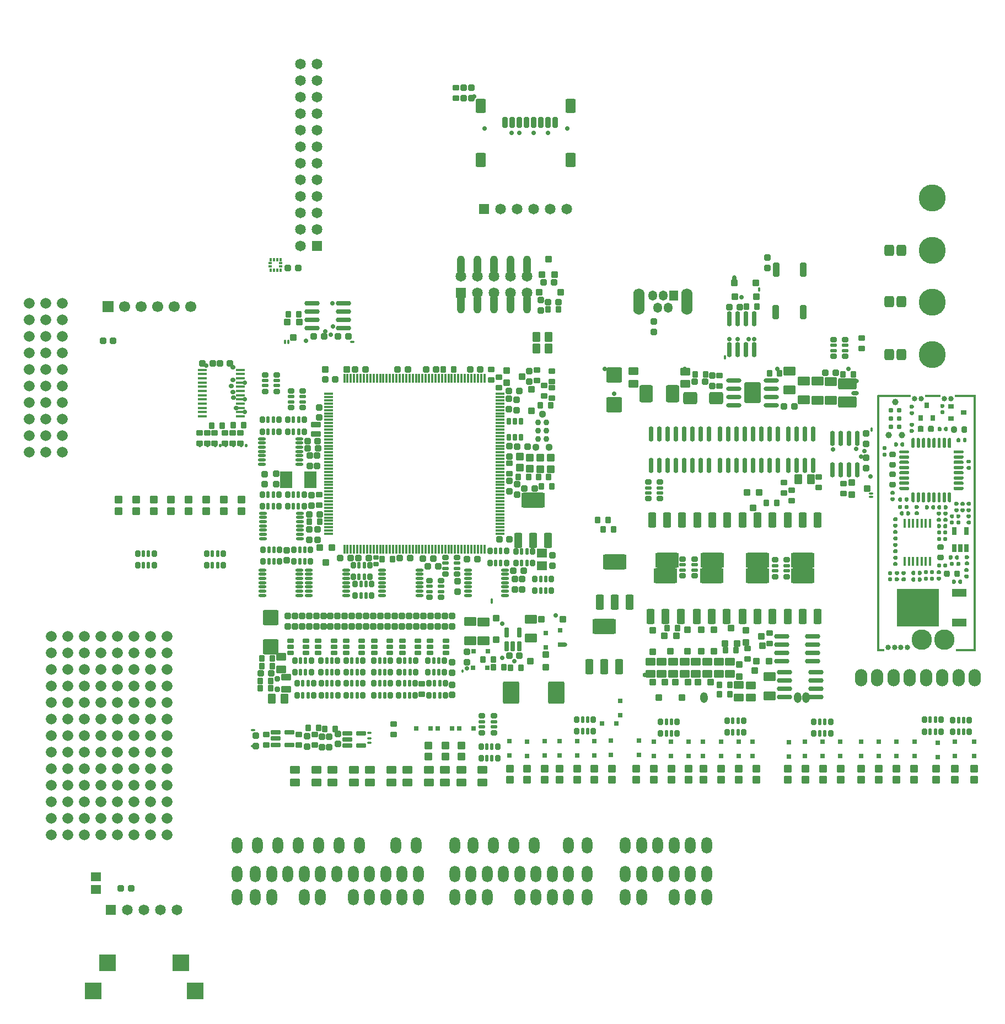
<source format=gts>
G75*
G70*
%OFA0B0*%
%FSLAX25Y25*%
%IPPOS*%
%LPD*%
%AMOC8*
5,1,8,0,0,1.08239X$1,22.5*
%
%AMM107*
21,1,0.111810,0.050390,0.000000,0.000000,0.000000*
21,1,0.093700,0.068500,0.000000,0.000000,0.000000*
1,1,0.018110,0.046850,-0.025200*
1,1,0.018110,-0.046850,-0.025200*
1,1,0.018110,-0.046850,0.025200*
1,1,0.018110,0.046850,0.025200*
%
%AMM108*
21,1,0.080320,0.083460,0.000000,0.000000,180.000000*
21,1,0.059840,0.103940,0.000000,0.000000,180.000000*
1,1,0.020470,-0.029920,0.041730*
1,1,0.020470,0.029920,0.041730*
1,1,0.020470,0.029920,-0.041730*
1,1,0.020470,-0.029920,-0.041730*
%
%AMM109*
21,1,0.127560,0.075590,0.000000,0.000000,270.000000*
21,1,0.103150,0.100000,0.000000,0.000000,270.000000*
1,1,0.024410,-0.037800,-0.051580*
1,1,0.024410,-0.037800,0.051580*
1,1,0.024410,0.037800,0.051580*
1,1,0.024410,0.037800,-0.051580*
%
%AMM110*
21,1,0.084250,0.053540,0.000000,0.000000,180.000000*
21,1,0.065350,0.072440,0.000000,0.000000,180.000000*
1,1,0.018900,-0.032680,0.026770*
1,1,0.018900,0.032680,0.026770*
1,1,0.018900,0.032680,-0.026770*
1,1,0.018900,-0.032680,-0.026770*
%
%AMM111*
21,1,0.076380,0.036220,0.000000,0.000000,180.000000*
21,1,0.061810,0.050790,0.000000,0.000000,180.000000*
1,1,0.014570,-0.030910,0.018110*
1,1,0.014570,0.030910,0.018110*
1,1,0.014570,0.030910,-0.018110*
1,1,0.014570,-0.030910,-0.018110*
%
%AMM112*
21,1,0.092130,0.073230,0.000000,0.000000,90.000000*
21,1,0.069290,0.096060,0.000000,0.000000,90.000000*
1,1,0.022840,0.036610,0.034650*
1,1,0.022840,0.036610,-0.034650*
1,1,0.022840,-0.036610,-0.034650*
1,1,0.022840,-0.036610,0.034650*
%
%AMM116*
21,1,0.084250,0.045670,0.000000,0.000000,270.000000*
21,1,0.067320,0.062600,0.000000,0.000000,270.000000*
1,1,0.016930,-0.022840,-0.033660*
1,1,0.016930,-0.022840,0.033660*
1,1,0.016930,0.022840,0.033660*
1,1,0.016930,0.022840,-0.033660*
%
%AMM117*
21,1,0.064570,0.020470,0.000000,0.000000,270.000000*
21,1,0.053940,0.031100,0.000000,0.000000,270.000000*
1,1,0.010630,-0.010240,-0.026970*
1,1,0.010630,-0.010240,0.026970*
1,1,0.010630,0.010240,0.026970*
1,1,0.010630,0.010240,-0.026970*
%
%AMM118*
21,1,0.038980,0.026770,0.000000,0.000000,90.000000*
21,1,0.026770,0.038980,0.000000,0.000000,90.000000*
1,1,0.012210,0.013390,0.013390*
1,1,0.012210,0.013390,-0.013390*
1,1,0.012210,-0.013390,-0.013390*
1,1,0.012210,-0.013390,0.013390*
%
%AMM127*
21,1,0.076380,0.036220,0.000000,0.000000,0.000000*
21,1,0.061810,0.050790,0.000000,0.000000,0.000000*
1,1,0.014570,0.030910,-0.018110*
1,1,0.014570,-0.030910,-0.018110*
1,1,0.014570,-0.030910,0.018110*
1,1,0.014570,0.030910,0.018110*
%
%AMM128*
21,1,0.040950,0.030320,0.000000,0.000000,90.000000*
21,1,0.028350,0.042910,0.000000,0.000000,90.000000*
1,1,0.012600,0.015160,0.014170*
1,1,0.012600,0.015160,-0.014170*
1,1,0.012600,-0.015160,-0.014170*
1,1,0.012600,-0.015160,0.014170*
%
%AMM129*
21,1,0.027170,0.052760,0.000000,0.000000,0.000000*
21,1,0.017320,0.062600,0.000000,0.000000,0.000000*
1,1,0.009840,0.008660,-0.026380*
1,1,0.009840,-0.008660,-0.026380*
1,1,0.009840,-0.008660,0.026380*
1,1,0.009840,0.008660,0.026380*
%
%AMM130*
21,1,0.100000,0.111020,0.000000,0.000000,180.000000*
21,1,0.075590,0.135430,0.000000,0.000000,180.000000*
1,1,0.024410,-0.037800,0.055510*
1,1,0.024410,0.037800,0.055510*
1,1,0.024410,0.037800,-0.055510*
1,1,0.024410,-0.037800,-0.055510*
%
%AMM131*
21,1,0.029130,0.018900,0.000000,0.000000,270.000000*
21,1,0.018900,0.029130,0.000000,0.000000,270.000000*
1,1,0.010240,-0.009450,-0.009450*
1,1,0.010240,-0.009450,0.009450*
1,1,0.010240,0.009450,0.009450*
1,1,0.010240,0.009450,-0.009450*
%
%AMM132*
21,1,0.041340,0.026770,0.000000,0.000000,0.000000*
21,1,0.029130,0.038980,0.000000,0.000000,0.000000*
1,1,0.012210,0.014570,-0.013390*
1,1,0.012210,-0.014570,-0.013390*
1,1,0.012210,-0.014570,0.013390*
1,1,0.012210,0.014570,0.013390*
%
%AMM133*
21,1,0.029130,0.018900,0.000000,0.000000,180.000000*
21,1,0.018900,0.029130,0.000000,0.000000,180.000000*
1,1,0.010240,-0.009450,0.009450*
1,1,0.010240,0.009450,0.009450*
1,1,0.010240,0.009450,-0.009450*
1,1,0.010240,-0.009450,-0.009450*
%
%AMM134*
21,1,0.041340,0.026770,0.000000,0.000000,90.000000*
21,1,0.029130,0.038980,0.000000,0.000000,90.000000*
1,1,0.012210,0.013390,0.014570*
1,1,0.012210,0.013390,-0.014570*
1,1,0.012210,-0.013390,-0.014570*
1,1,0.012210,-0.013390,0.014570*
%
%AMM136*
21,1,0.027170,0.052760,0.000000,0.000000,270.000000*
21,1,0.017320,0.062600,0.000000,0.000000,270.000000*
1,1,0.009840,-0.026380,-0.008660*
1,1,0.009840,-0.026380,0.008660*
1,1,0.009840,0.026380,0.008660*
1,1,0.009840,0.026380,-0.008660*
%
%AMM143*
21,1,0.040950,0.030320,0.000000,0.000000,0.000000*
21,1,0.028350,0.042910,0.000000,0.000000,0.000000*
1,1,0.012600,0.014170,-0.015160*
1,1,0.012600,-0.014170,-0.015160*
1,1,0.012600,-0.014170,0.015160*
1,1,0.012600,0.014170,0.015160*
%
%AMM144*
21,1,0.048820,0.075980,0.000000,0.000000,180.000000*
21,1,0.034650,0.090160,0.000000,0.000000,180.000000*
1,1,0.014170,-0.017320,0.037990*
1,1,0.014170,0.017320,0.037990*
1,1,0.014170,0.017320,-0.037990*
1,1,0.014170,-0.017320,-0.037990*
%
%AMM145*
21,1,0.048820,0.075990,0.000000,0.000000,180.000000*
21,1,0.034650,0.090160,0.000000,0.000000,180.000000*
1,1,0.014170,-0.017320,0.037990*
1,1,0.014170,0.017320,0.037990*
1,1,0.014170,0.017320,-0.037990*
1,1,0.014170,-0.017320,-0.037990*
%
%AMM146*
21,1,0.143310,0.067720,0.000000,0.000000,180.000000*
21,1,0.120870,0.090160,0.000000,0.000000,180.000000*
1,1,0.022440,-0.060430,0.033860*
1,1,0.022440,0.060430,0.033860*
1,1,0.022440,0.060430,-0.033860*
1,1,0.022440,-0.060430,-0.033860*
%
%AMM147*
21,1,0.031100,0.026380,0.000000,0.000000,90.000000*
21,1,0.020470,0.037010,0.000000,0.000000,90.000000*
1,1,0.010630,0.013190,0.010240*
1,1,0.010630,0.013190,-0.010240*
1,1,0.010630,-0.013190,-0.010240*
1,1,0.010630,-0.013190,0.010240*
%
%AMM148*
21,1,0.023230,0.027950,0.000000,0.000000,90.000000*
21,1,0.014170,0.037010,0.000000,0.000000,90.000000*
1,1,0.009060,0.013980,0.007090*
1,1,0.009060,0.013980,-0.007090*
1,1,0.009060,-0.013980,-0.007090*
1,1,0.009060,-0.013980,0.007090*
%
%AMM154*
21,1,0.040950,0.030320,-0.000000,0.000000,270.000000*
21,1,0.028350,0.042910,-0.000000,0.000000,270.000000*
1,1,0.012600,-0.015160,-0.014170*
1,1,0.012600,-0.015160,0.014170*
1,1,0.012600,0.015160,0.014170*
1,1,0.012600,0.015160,-0.014170*
%
%AMM155*
21,1,0.038980,0.026770,-0.000000,0.000000,90.000000*
21,1,0.026770,0.038980,-0.000000,0.000000,90.000000*
1,1,0.012210,0.013390,0.013390*
1,1,0.012210,0.013390,-0.013390*
1,1,0.012210,-0.013390,-0.013390*
1,1,0.012210,-0.013390,0.013390*
%
%AMM156*
21,1,0.033070,0.030710,-0.000000,0.000000,270.000000*
21,1,0.022050,0.041730,-0.000000,0.000000,270.000000*
1,1,0.011020,-0.015350,-0.011020*
1,1,0.011020,-0.015350,0.011020*
1,1,0.011020,0.015350,0.011020*
1,1,0.011020,0.015350,-0.011020*
%
%AMM45*
21,1,0.033070,0.030710,0.000000,0.000000,0.000000*
21,1,0.022050,0.041730,0.000000,0.000000,0.000000*
1,1,0.011020,0.011020,-0.015350*
1,1,0.011020,-0.011020,-0.015350*
1,1,0.011020,-0.011020,0.015350*
1,1,0.011020,0.011020,0.015350*
%
%AMM46*
21,1,0.029130,0.018900,0.000000,0.000000,90.000000*
21,1,0.018900,0.029130,0.000000,0.000000,90.000000*
1,1,0.010240,0.009450,0.009450*
1,1,0.010240,0.009450,-0.009450*
1,1,0.010240,-0.009450,-0.009450*
1,1,0.010240,-0.009450,0.009450*
%
%AMM47*
21,1,0.029130,0.018900,0.000000,0.000000,0.000000*
21,1,0.018900,0.029130,0.000000,0.000000,0.000000*
1,1,0.010240,0.009450,-0.009450*
1,1,0.010240,-0.009450,-0.009450*
1,1,0.010240,-0.009450,0.009450*
1,1,0.010240,0.009450,0.009450*
%
%AMM48*
21,1,0.038980,0.026770,0.000000,0.000000,270.000000*
21,1,0.026770,0.038980,0.000000,0.000000,270.000000*
1,1,0.012210,-0.013390,-0.013390*
1,1,0.012210,-0.013390,0.013390*
1,1,0.012210,0.013390,0.013390*
1,1,0.012210,0.013390,-0.013390*
%
%AMM49*
21,1,0.048820,0.075980,0.000000,0.000000,0.000000*
21,1,0.034650,0.090160,0.000000,0.000000,0.000000*
1,1,0.014170,0.017320,-0.037990*
1,1,0.014170,-0.017320,-0.037990*
1,1,0.014170,-0.017320,0.037990*
1,1,0.014170,0.017320,0.037990*
%
%AMM50*
21,1,0.048820,0.075990,0.000000,0.000000,0.000000*
21,1,0.034650,0.090160,0.000000,0.000000,0.000000*
1,1,0.014170,0.017320,-0.037990*
1,1,0.014170,-0.017320,-0.037990*
1,1,0.014170,-0.017320,0.037990*
1,1,0.014170,0.017320,0.037990*
%
%AMM51*
21,1,0.143310,0.067720,0.000000,0.000000,0.000000*
21,1,0.120870,0.090160,0.000000,0.000000,0.000000*
1,1,0.022440,0.060430,-0.033860*
1,1,0.022440,-0.060430,-0.033860*
1,1,0.022440,-0.060430,0.033860*
1,1,0.022440,0.060430,0.033860*
%
%AMM52*
21,1,0.031100,0.026380,0.000000,0.000000,0.000000*
21,1,0.020470,0.037010,0.000000,0.000000,0.000000*
1,1,0.010630,0.010240,-0.013190*
1,1,0.010630,-0.010240,-0.013190*
1,1,0.010630,-0.010240,0.013190*
1,1,0.010630,0.010240,0.013190*
%
%AMM53*
21,1,0.023230,0.027950,0.000000,0.000000,0.000000*
21,1,0.014170,0.037010,0.000000,0.000000,0.000000*
1,1,0.009060,0.007090,-0.013980*
1,1,0.009060,-0.007090,-0.013980*
1,1,0.009060,-0.007090,0.013980*
1,1,0.009060,0.007090,0.013980*
%
%AMM54*
21,1,0.044880,0.049210,0.000000,0.000000,0.000000*
21,1,0.031500,0.062600,0.000000,0.000000,0.000000*
1,1,0.013390,0.015750,-0.024610*
1,1,0.013390,-0.015750,-0.024610*
1,1,0.013390,-0.015750,0.024610*
1,1,0.013390,0.015750,0.024610*
%
%AMM55*
21,1,0.044880,0.035430,0.000000,0.000000,270.000000*
21,1,0.031500,0.048820,0.000000,0.000000,270.000000*
1,1,0.013390,-0.017720,-0.015750*
1,1,0.013390,-0.017720,0.015750*
1,1,0.013390,0.017720,0.015750*
1,1,0.013390,0.017720,-0.015750*
%
%AMM56*
21,1,0.015350,0.017720,0.000000,0.000000,180.000000*
21,1,0.000000,0.033070,0.000000,0.000000,180.000000*
1,1,0.015350,0.000000,0.008860*
1,1,0.015350,0.000000,0.008860*
1,1,0.015350,0.000000,-0.008860*
1,1,0.015350,0.000000,-0.008860*
%
%AMM57*
21,1,0.038980,0.026770,0.000000,0.000000,0.000000*
21,1,0.026770,0.038980,0.000000,0.000000,0.000000*
1,1,0.012210,0.013390,-0.013390*
1,1,0.012210,-0.013390,-0.013390*
1,1,0.012210,-0.013390,0.013390*
1,1,0.012210,0.013390,0.013390*
%
%AMM58*
21,1,0.033070,0.030710,0.000000,0.000000,270.000000*
21,1,0.022050,0.041730,0.000000,0.000000,270.000000*
1,1,0.011020,-0.015350,-0.011020*
1,1,0.011020,-0.015350,0.011020*
1,1,0.011020,0.015350,0.011020*
1,1,0.011020,0.015350,-0.011020*
%
%AMM59*
21,1,0.037010,0.072440,0.000000,0.000000,0.000000*
21,1,0.025200,0.084250,0.000000,0.000000,0.000000*
1,1,0.011810,0.012600,-0.036220*
1,1,0.011810,-0.012600,-0.036220*
1,1,0.011810,-0.012600,0.036220*
1,1,0.011810,0.012600,0.036220*
%
%AMM60*
21,1,0.056690,0.048820,0.000000,0.000000,0.000000*
21,1,0.040950,0.064570,0.000000,0.000000,0.000000*
1,1,0.015750,0.020470,-0.024410*
1,1,0.015750,-0.020470,-0.024410*
1,1,0.015750,-0.020470,0.024410*
1,1,0.015750,0.020470,0.024410*
%
%AMM61*
21,1,0.044880,0.049210,0.000000,0.000000,90.000000*
21,1,0.031500,0.062600,0.000000,0.000000,90.000000*
1,1,0.013390,0.024610,0.015750*
1,1,0.013390,0.024610,-0.015750*
1,1,0.013390,-0.024610,-0.015750*
1,1,0.013390,-0.024610,0.015750*
%
%AMM62*
21,1,0.031100,0.026380,0.000000,0.000000,270.000000*
21,1,0.020470,0.037010,0.000000,0.000000,270.000000*
1,1,0.010630,-0.013190,-0.010240*
1,1,0.010630,-0.013190,0.010240*
1,1,0.010630,0.013190,0.010240*
1,1,0.010630,0.013190,-0.010240*
%
%AMM63*
21,1,0.023230,0.027950,0.000000,0.000000,270.000000*
21,1,0.014170,0.037010,0.000000,0.000000,270.000000*
1,1,0.009060,-0.013980,-0.007090*
1,1,0.009060,-0.013980,0.007090*
1,1,0.009060,0.013980,0.007090*
1,1,0.009060,0.013980,-0.007090*
%
%AMM77*
21,1,0.040950,0.050000,0.000000,0.000000,270.000000*
21,1,0.028350,0.062600,0.000000,0.000000,270.000000*
1,1,0.012600,-0.025000,-0.014170*
1,1,0.012600,-0.025000,0.014170*
1,1,0.012600,0.025000,0.014170*
1,1,0.012600,0.025000,-0.014170*
%
%AMM78*
21,1,0.092130,0.073230,0.000000,0.000000,270.000000*
21,1,0.069290,0.096060,0.000000,0.000000,270.000000*
1,1,0.022840,-0.036610,-0.034650*
1,1,0.022840,-0.036610,0.034650*
1,1,0.022840,0.036610,0.034650*
1,1,0.022840,0.036610,-0.034650*
%
%AMM79*
21,1,0.033070,0.030710,0.000000,0.000000,90.000000*
21,1,0.022050,0.041730,0.000000,0.000000,90.000000*
1,1,0.011020,0.015350,0.011020*
1,1,0.011020,0.015350,-0.011020*
1,1,0.011020,-0.015350,-0.011020*
1,1,0.011020,-0.015350,0.011020*
%
%AMM80*
21,1,0.044880,0.049210,0.000000,0.000000,180.000000*
21,1,0.031500,0.062600,0.000000,0.000000,180.000000*
1,1,0.013390,-0.015750,0.024610*
1,1,0.013390,0.015750,0.024610*
1,1,0.013390,0.015750,-0.024610*
1,1,0.013390,-0.015750,-0.024610*
%
%AMM81*
21,1,0.029130,0.030710,0.000000,0.000000,90.000000*
21,1,0.018900,0.040950,0.000000,0.000000,90.000000*
1,1,0.010240,0.015350,0.009450*
1,1,0.010240,0.015350,-0.009450*
1,1,0.010240,-0.015350,-0.009450*
1,1,0.010240,-0.015350,0.009450*
%
%AMM82*
21,1,0.038980,0.026770,0.000000,0.000000,180.000000*
21,1,0.026770,0.038980,0.000000,0.000000,180.000000*
1,1,0.012210,-0.013390,0.013390*
1,1,0.012210,0.013390,0.013390*
1,1,0.012210,0.013390,-0.013390*
1,1,0.012210,-0.013390,-0.013390*
%
%AMM91*
21,1,0.033070,0.018900,0.000000,0.000000,180.000000*
21,1,0.022840,0.029130,0.000000,0.000000,180.000000*
1,1,0.010240,-0.011420,0.009450*
1,1,0.010240,0.011420,0.009450*
1,1,0.010240,0.011420,-0.009450*
1,1,0.010240,-0.011420,-0.009450*
%
%AMM92*
21,1,0.033070,0.030710,0.000000,0.000000,180.000000*
21,1,0.022050,0.041730,0.000000,0.000000,180.000000*
1,1,0.011020,-0.011020,0.015350*
1,1,0.011020,0.011020,0.015350*
1,1,0.011020,0.011020,-0.015350*
1,1,0.011020,-0.011020,-0.015350*
%
%AMM93*
21,1,0.040950,0.030320,0.000000,0.000000,270.000000*
21,1,0.028350,0.042910,0.000000,0.000000,270.000000*
1,1,0.012600,-0.015160,-0.014170*
1,1,0.012600,-0.015160,0.014170*
1,1,0.012600,0.015160,0.014170*
1,1,0.012600,0.015160,-0.014170*
%
%AMM94*
21,1,0.029130,0.030710,0.000000,0.000000,180.000000*
21,1,0.018900,0.040950,0.000000,0.000000,180.000000*
1,1,0.010240,-0.009450,0.015350*
1,1,0.010240,0.009450,0.015350*
1,1,0.010240,0.009450,-0.015350*
1,1,0.010240,-0.009450,-0.015350*
%
%AMM95*
21,1,0.041340,0.026770,0.000000,0.000000,270.000000*
21,1,0.029130,0.038980,0.000000,0.000000,270.000000*
1,1,0.012210,-0.013390,-0.014570*
1,1,0.012210,-0.013390,0.014570*
1,1,0.012210,0.013390,0.014570*
1,1,0.012210,0.013390,-0.014570*
%
%AMM96*
21,1,0.040950,0.030320,0.000000,0.000000,180.000000*
21,1,0.028350,0.042910,0.000000,0.000000,180.000000*
1,1,0.012600,-0.014170,0.015160*
1,1,0.012600,0.014170,0.015160*
1,1,0.012600,0.014170,-0.015160*
1,1,0.012600,-0.014170,-0.015160*
%
%AMM97*
21,1,0.033070,0.049610,0.000000,0.000000,270.000000*
21,1,0.022050,0.060630,0.000000,0.000000,270.000000*
1,1,0.011020,-0.024800,-0.011020*
1,1,0.011020,-0.024800,0.011020*
1,1,0.011020,0.024800,0.011020*
1,1,0.011020,0.024800,-0.011020*
%
%AMM98*
21,1,0.041340,0.026770,0.000000,0.000000,180.000000*
21,1,0.029130,0.038980,0.000000,0.000000,180.000000*
1,1,0.012210,-0.014570,0.013390*
1,1,0.012210,0.014570,0.013390*
1,1,0.012210,0.014570,-0.013390*
1,1,0.012210,-0.014570,-0.013390*
%
%ADD10M54*%
%ADD100C,0.02913*%
%ADD105O,0.01339X0.03307*%
%ADD109M95*%
%ADD110M117*%
%ADD111M48*%
%ADD112M92*%
%ADD116O,0.01417X0.05669*%
%ADD118C,0.03651*%
%ADD119C,0.04451*%
%ADD12M81*%
%ADD121M62*%
%ADD128M45*%
%ADD131M52*%
%ADD139R,0.12756X0.01535*%
%ADD140O,0.04567X0.11772*%
%ADD142M82*%
%ADD147M107*%
%ADD15C,0.03100*%
%ADD152R,0.10394X0.10394*%
%ADD154O,0.01535X0.02520*%
%ADD158M128*%
%ADD159M130*%
%ADD16M61*%
%ADD163R,0.04291X0.01535*%
%ADD167R,0.06457X0.06457*%
%ADD17M111*%
%ADD172M78*%
%ADD173O,0.03701X0.02913*%
%ADD176M146*%
%ADD18M55*%
%ADD181O,0.06850X0.15906*%
%ADD182M98*%
%ADD184O,0.02913X0.09213*%
%ADD189M58*%
%ADD194M77*%
%ADD195M127*%
%ADD201O,0.05276X0.06063*%
%ADD205M63*%
%ADD208O,0.04488X0.06457*%
%ADD210M50*%
%ADD212M147*%
%ADD213C,0.00551*%
%ADD218M110*%
%ADD219O,0.09213X0.02913*%
%ADD23M112*%
%ADD230C,0.03701*%
%ADD234M132*%
%ADD239M143*%
%ADD24M133*%
%ADD240O,0.05669X0.01417*%
%ADD243M46*%
%ADD246C,0.03900*%
%ADD247R,0.05276X0.06063*%
%ADD253R,0.07244X0.10000*%
%ADD255M144*%
%ADD256R,0.20433X0.01535*%
%ADD257O,0.04488X0.02520*%
%ADD262O,0.05512X0.01535*%
%ADD267M79*%
%ADD269M96*%
%ADD274M53*%
%ADD281O,0.06457X0.10000*%
%ADD283R,0.03543X0.03150*%
%ADD288O,0.09213X0.02520*%
%ADD289O,0.02520X0.01535*%
%ADD294M59*%
%ADD295M131*%
%ADD296M145*%
%ADD297M56*%
%ADD298R,0.12165X0.01535*%
%ADD309O,0.07441X0.10394*%
%ADD31M108*%
%ADD313M134*%
%ADD314M136*%
%ADD316M109*%
%ADD317M51*%
%ADD320M60*%
%ADD322M118*%
%ADD327M116*%
%ADD328C,0.12362*%
%ADD335M47*%
%ADD340R,0.06457X0.05669*%
%ADD341M57*%
%ADD342R,0.09409X0.01535*%
%ADD346M154*%
%ADD347M155*%
%ADD348M156*%
%ADD349R,0.02559X0.04803*%
%ADD350R,0.01772X0.05709*%
%ADD351R,0.08661X0.04724*%
%ADD352R,0.25197X0.22835*%
%ADD36C,0.16299*%
%ADD40O,0.02520X0.04488*%
%ADD43M94*%
%ADD46M93*%
%ADD47C,0.06693*%
%ADD54M91*%
%ADD55O,0.01339X0.02520*%
%ADD56R,0.06693X0.06693*%
%ADD57M80*%
%ADD62R,0.01535X1.55079*%
%ADD63O,0.01339X0.02126*%
%ADD64R,0.03150X0.03543*%
%ADD67O,0.04882X0.01732*%
%ADD73M49*%
%ADD76M129*%
%ADD77R,0.01535X0.01929*%
%ADD78M148*%
%ADD79C,0.06551*%
%ADD85R,0.01929X0.01535*%
%ADD86C,0.06457*%
%ADD95M97*%
%ADD98C,0.03307*%
X0000000Y0000000D02*
G01*
G75*
G36*
X0163181Y0456596D02*
X0163181Y0456738D01*
X0165884Y0456738D01*
X0165884Y0456596D01*
X0163181Y0456596D01*
D02*
G37*
G36*
X0166511Y0456596D02*
X0166511Y0456835D01*
X0167852Y0456835D01*
X0167852Y0456596D01*
X0166511Y0456596D01*
D02*
G37*
G36*
X0169815Y0456596D02*
X0169815Y0456785D01*
X0169821Y0456785D01*
X0169821Y0456596D01*
X0169815Y0456596D01*
D02*
G37*
D128*
X0360827Y0306299D02*
D03*
X0367126Y0306299D02*
D03*
X0364075Y0300787D02*
D03*
X0370374Y0300787D02*
D03*
D243*
X0363484Y0183268D02*
D03*
X0372146Y0183268D02*
D03*
X0285827Y0180216D02*
D03*
X0277165Y0180216D02*
D03*
X0259842Y0180216D02*
D03*
X0251181Y0180216D02*
D03*
X0272835Y0180216D02*
D03*
X0264173Y0180216D02*
D03*
D335*
X0374606Y0196949D02*
D03*
X0374606Y0188287D02*
D03*
X0454528Y0172441D02*
D03*
X0454528Y0163779D02*
D03*
X0348524Y0172835D02*
D03*
X0348524Y0164173D02*
D03*
X0435630Y0172441D02*
D03*
X0435630Y0163779D02*
D03*
X0405118Y0172441D02*
D03*
X0405118Y0163779D02*
D03*
X0415748Y0172441D02*
D03*
X0415748Y0163779D02*
D03*
X0394882Y0172441D02*
D03*
X0394882Y0163779D02*
D03*
X0424606Y0172441D02*
D03*
X0424606Y0163779D02*
D03*
X0368701Y0172933D02*
D03*
X0368701Y0164272D02*
D03*
X0358760Y0172835D02*
D03*
X0358760Y0164173D02*
D03*
X0337894Y0172835D02*
D03*
X0337894Y0164173D02*
D03*
X0385827Y0172933D02*
D03*
X0385827Y0164272D02*
D03*
X0446260Y0172441D02*
D03*
X0446260Y0163779D02*
D03*
X0552362Y0163779D02*
D03*
X0552362Y0172441D02*
D03*
X0541339Y0163779D02*
D03*
X0541339Y0172441D02*
D03*
X0530709Y0163779D02*
D03*
X0530709Y0172441D02*
D03*
X0520079Y0163779D02*
D03*
X0520079Y0172441D02*
D03*
X0476378Y0163386D02*
D03*
X0476378Y0172047D02*
D03*
X0486221Y0163779D02*
D03*
X0486221Y0172441D02*
D03*
X0496850Y0163779D02*
D03*
X0496850Y0172441D02*
D03*
X0507480Y0163779D02*
D03*
X0507480Y0172441D02*
D03*
X0566437Y0162992D02*
D03*
X0566437Y0171653D02*
D03*
X0307480Y0164173D02*
D03*
X0307480Y0172835D02*
D03*
X0576772Y0163779D02*
D03*
X0576772Y0172441D02*
D03*
X0318110Y0163779D02*
D03*
X0318110Y0172441D02*
D03*
X0588386Y0163779D02*
D03*
X0588386Y0172441D02*
D03*
X0328740Y0163976D02*
D03*
X0328740Y0172638D02*
D03*
D289*
X0526279Y0322244D02*
D03*
X0526279Y0320276D02*
D03*
D154*
X0526476Y0361024D02*
D03*
X0437972Y0404626D02*
D03*
D111*
X0394882Y0420118D02*
D03*
X0394882Y0426339D02*
D03*
X0463484Y0458701D02*
D03*
X0463484Y0464921D02*
D03*
D73*
X0362008Y0256594D02*
D03*
X0380118Y0256594D02*
D03*
X0355807Y0217618D02*
D03*
X0373917Y0217618D02*
D03*
D210*
X0371063Y0256594D02*
D03*
X0364862Y0217618D02*
D03*
D317*
X0371063Y0281004D02*
D03*
X0364862Y0242028D02*
D03*
D131*
X0491634Y0177362D02*
D03*
X0491634Y0184449D02*
D03*
X0501673Y0184449D02*
D03*
X0501673Y0177362D02*
D03*
X0092714Y0286164D02*
D03*
X0092714Y0279078D02*
D03*
X0082675Y0279078D02*
D03*
X0082675Y0286164D02*
D03*
X0124407Y0286164D02*
D03*
X0124407Y0279078D02*
D03*
X0134447Y0279078D02*
D03*
X0134447Y0286164D02*
D03*
X0408957Y0177264D02*
D03*
X0408957Y0184350D02*
D03*
X0398917Y0184350D02*
D03*
X0398917Y0177264D02*
D03*
X0449114Y0177953D02*
D03*
X0449114Y0185039D02*
D03*
X0439075Y0185039D02*
D03*
X0439075Y0177953D02*
D03*
X0358268Y0178740D02*
D03*
X0358268Y0185827D02*
D03*
X0348228Y0185827D02*
D03*
X0348228Y0178740D02*
D03*
X0568504Y0178543D02*
D03*
X0568504Y0185630D02*
D03*
X0558465Y0185630D02*
D03*
X0558465Y0178543D02*
D03*
X0575591Y0178347D02*
D03*
X0575591Y0185433D02*
D03*
X0585630Y0185433D02*
D03*
X0585630Y0178347D02*
D03*
X0300394Y0169488D02*
D03*
X0300394Y0162402D02*
D03*
X0290354Y0162402D02*
D03*
X0290354Y0169488D02*
D03*
D274*
X0495079Y0177362D02*
D03*
X0498228Y0177362D02*
D03*
X0498228Y0184449D02*
D03*
X0495079Y0184449D02*
D03*
X0089269Y0286164D02*
D03*
X0086120Y0286164D02*
D03*
X0086120Y0279078D02*
D03*
X0089269Y0279078D02*
D03*
X0131002Y0279078D02*
D03*
X0127852Y0279078D02*
D03*
X0127852Y0286164D02*
D03*
X0131002Y0286164D02*
D03*
X0402362Y0184350D02*
D03*
X0405512Y0184350D02*
D03*
X0405512Y0177264D02*
D03*
X0402362Y0177264D02*
D03*
X0442520Y0185039D02*
D03*
X0445669Y0185039D02*
D03*
X0445669Y0177953D02*
D03*
X0442520Y0177953D02*
D03*
X0351673Y0185827D02*
D03*
X0354823Y0185827D02*
D03*
X0354823Y0178740D02*
D03*
X0351673Y0178740D02*
D03*
X0561909Y0185630D02*
D03*
X0565059Y0185630D02*
D03*
X0565059Y0178543D02*
D03*
X0561909Y0178543D02*
D03*
X0579035Y0178347D02*
D03*
X0582185Y0178347D02*
D03*
X0582185Y0185433D02*
D03*
X0579035Y0185433D02*
D03*
X0296949Y0169488D02*
D03*
X0293799Y0169488D02*
D03*
X0293799Y0162402D02*
D03*
X0296949Y0162402D02*
D03*
D10*
X0331201Y0416929D02*
D03*
X0323721Y0416929D02*
D03*
X0331201Y0410138D02*
D03*
X0323721Y0410138D02*
D03*
D18*
X0588583Y0155905D02*
D03*
X0588583Y0149213D02*
D03*
X0278543Y0163386D02*
D03*
X0278543Y0170079D02*
D03*
X0071061Y0311854D02*
D03*
X0071061Y0318546D02*
D03*
X0081691Y0311854D02*
D03*
X0081691Y0318546D02*
D03*
X0092321Y0311854D02*
D03*
X0092321Y0318546D02*
D03*
X0102950Y0311854D02*
D03*
X0102950Y0318546D02*
D03*
X0113580Y0311854D02*
D03*
X0113580Y0318546D02*
D03*
X0124210Y0311854D02*
D03*
X0124210Y0318546D02*
D03*
X0134840Y0311854D02*
D03*
X0134840Y0318546D02*
D03*
X0145470Y0311854D02*
D03*
X0145470Y0318546D02*
D03*
X0415945Y0149213D02*
D03*
X0415945Y0155905D02*
D03*
X0405315Y0149213D02*
D03*
X0405315Y0155905D02*
D03*
X0394685Y0149213D02*
D03*
X0394685Y0155905D02*
D03*
X0384055Y0149213D02*
D03*
X0384055Y0155905D02*
D03*
X0348327Y0149213D02*
D03*
X0348327Y0155905D02*
D03*
X0424803Y0149213D02*
D03*
X0424803Y0155905D02*
D03*
X0358957Y0149213D02*
D03*
X0358957Y0155905D02*
D03*
X0435433Y0149213D02*
D03*
X0435433Y0155905D02*
D03*
X0456693Y0149213D02*
D03*
X0456693Y0155905D02*
D03*
X0446063Y0149213D02*
D03*
X0446063Y0155905D02*
D03*
X0337697Y0149213D02*
D03*
X0337697Y0155905D02*
D03*
X0369587Y0149213D02*
D03*
X0369587Y0155905D02*
D03*
X0552165Y0155905D02*
D03*
X0552165Y0149213D02*
D03*
X0541536Y0155905D02*
D03*
X0541536Y0149213D02*
D03*
X0530906Y0155905D02*
D03*
X0530906Y0149213D02*
D03*
X0520276Y0155905D02*
D03*
X0520276Y0149213D02*
D03*
X0475787Y0155905D02*
D03*
X0475787Y0149213D02*
D03*
X0486417Y0155905D02*
D03*
X0486417Y0149213D02*
D03*
X0497047Y0155905D02*
D03*
X0497047Y0149213D02*
D03*
X0507677Y0155905D02*
D03*
X0507677Y0149213D02*
D03*
X0565551Y0155905D02*
D03*
X0565551Y0149213D02*
D03*
X0307677Y0155905D02*
D03*
X0307677Y0149213D02*
D03*
X0576958Y0155905D02*
D03*
X0576958Y0149213D02*
D03*
X0318307Y0155905D02*
D03*
X0318307Y0149213D02*
D03*
X0328937Y0155905D02*
D03*
X0328937Y0149213D02*
D03*
X0258465Y0163386D02*
D03*
X0258465Y0170079D02*
D03*
X0268701Y0163386D02*
D03*
X0268701Y0170079D02*
D03*
D163*
X0531988Y0227756D02*
D03*
D62*
X0530610Y0304528D02*
D03*
X0588681Y0304528D02*
D03*
D342*
X0563484Y0381299D02*
D03*
D139*
X0583071Y0381299D02*
D03*
D256*
X0540059Y0381299D02*
D03*
D298*
X0583366Y0227756D02*
D03*
D328*
X0570472Y0234154D02*
D03*
X0556693Y0234154D02*
D03*
D297*
X0296870Y0257283D02*
D03*
D257*
X0340158Y0231102D02*
D03*
X0516417Y0382973D02*
D03*
X0516417Y0390453D02*
D03*
D55*
X0279035Y0215158D02*
D03*
D340*
X0057382Y0090650D02*
D03*
X0057382Y0083169D02*
D03*
D341*
X0078799Y0083563D02*
D03*
X0072579Y0083563D02*
D03*
X0173560Y0458698D02*
D03*
X0179780Y0458698D02*
D03*
X0061654Y0414764D02*
D03*
X0067874Y0414764D02*
D03*
D289*
X0212480Y0413996D02*
D03*
X0152559Y0179232D02*
D03*
X0152559Y0169783D02*
D03*
X0222736Y0177756D02*
D03*
X0222736Y0174311D02*
D03*
X0222736Y0171555D02*
D03*
D154*
X0171732Y0414193D02*
D03*
X0173701Y0414193D02*
D03*
D40*
X0443504Y0451968D02*
D03*
D105*
X0458347Y0445571D02*
D03*
D208*
X0425301Y0198971D02*
D03*
X0481896Y0198971D02*
D03*
X0486840Y0198971D02*
D03*
D173*
X0389652Y0212736D02*
D03*
D189*
X0520571Y0416240D02*
D03*
X0520571Y0409941D02*
D03*
X0237402Y0176772D02*
D03*
X0237402Y0183071D02*
D03*
D77*
X0167104Y0463762D02*
D03*
X0165136Y0463762D02*
D03*
X0169073Y0463762D02*
D03*
X0163167Y0463762D02*
D03*
X0169073Y0457463D02*
D03*
X0167104Y0457463D02*
D03*
X0165136Y0457463D02*
D03*
X0163167Y0457463D02*
D03*
D85*
X0169270Y0461596D02*
D03*
X0169270Y0459628D02*
D03*
X0162971Y0459628D02*
D03*
X0162971Y0461596D02*
D03*
D63*
X0132776Y0351379D02*
D03*
X0136083Y0351379D02*
D03*
X0129823Y0351379D02*
D03*
X0140709Y0351379D02*
D03*
X0145334Y0351379D02*
D03*
X0148327Y0351379D02*
D03*
X0125197Y0351379D02*
D03*
X0120571Y0351379D02*
D03*
D294*
X0485236Y0457579D02*
D03*
X0468701Y0457579D02*
D03*
X0485039Y0431988D02*
D03*
X0468504Y0431988D02*
D03*
D320*
X0544488Y0469488D02*
D03*
X0537008Y0469488D02*
D03*
X0537008Y0406398D02*
D03*
X0544488Y0406398D02*
D03*
X0544488Y0438268D02*
D03*
X0537008Y0438268D02*
D03*
D36*
X0563189Y0500984D02*
D03*
X0563189Y0406496D02*
D03*
X0563189Y0437992D02*
D03*
X0563189Y0469488D02*
D03*
D16*
X0258661Y0155315D02*
D03*
X0258661Y0147835D02*
D03*
X0190748Y0155315D02*
D03*
X0190748Y0147835D02*
D03*
X0200591Y0155315D02*
D03*
X0200591Y0147835D02*
D03*
X0291142Y0147835D02*
D03*
X0291142Y0155315D02*
D03*
X0245866Y0147835D02*
D03*
X0245866Y0155315D02*
D03*
X0236024Y0147835D02*
D03*
X0236024Y0155315D02*
D03*
X0223228Y0147835D02*
D03*
X0223228Y0155315D02*
D03*
X0213386Y0147835D02*
D03*
X0213386Y0155315D02*
D03*
X0177953Y0147835D02*
D03*
X0177953Y0155315D02*
D03*
X0278346Y0155315D02*
D03*
X0278346Y0147835D02*
D03*
X0268504Y0155315D02*
D03*
X0268504Y0147835D02*
D03*
D121*
X0290945Y0187894D02*
D03*
X0298031Y0187894D02*
D03*
X0298031Y0177854D02*
D03*
X0290945Y0177854D02*
D03*
X0510433Y0415453D02*
D03*
X0503346Y0415453D02*
D03*
X0503346Y0405413D02*
D03*
X0510433Y0405413D02*
D03*
D205*
X0290945Y0184449D02*
D03*
X0290945Y0181299D02*
D03*
X0298031Y0181299D02*
D03*
X0298031Y0184449D02*
D03*
X0503346Y0408858D02*
D03*
X0503346Y0412008D02*
D03*
X0510433Y0412008D02*
D03*
X0510433Y0408858D02*
D03*
D100*
X0520079Y0344587D02*
D03*
X0522146Y0348031D02*
D03*
X0517126Y0349213D02*
D03*
X0503150Y0348917D02*
D03*
X0303219Y0223002D02*
D03*
X0335531Y0248819D02*
D03*
X0310630Y0221063D02*
D03*
X0281693Y0216634D02*
D03*
X0303150Y0243602D02*
D03*
X0286122Y0562225D02*
D03*
X0313583Y0540276D02*
D03*
X0330906Y0540276D02*
D03*
X0322146Y0540276D02*
D03*
X0292323Y0542914D02*
D03*
X0308957Y0540276D02*
D03*
X0342339Y0542949D02*
D03*
X0200374Y0437323D02*
D03*
X0200669Y0423347D02*
D03*
X0199488Y0418327D02*
D03*
X0196043Y0420394D02*
D03*
X0447756Y0441043D02*
D03*
X0445571Y0415748D02*
D03*
X0440551Y0415748D02*
D03*
X0455610Y0415748D02*
D03*
X0452067Y0415748D02*
D03*
X0365302Y0397638D02*
D03*
X0413583Y0397638D02*
D03*
X0370768Y0382677D02*
D03*
X0512402Y0397638D02*
D03*
X0469488Y0397638D02*
D03*
X0140413Y0391142D02*
D03*
X0147638Y0389468D02*
D03*
X0139567Y0387303D02*
D03*
X0140413Y0383858D02*
D03*
X0147638Y0379232D02*
D03*
X0140709Y0380512D02*
D03*
X0142480Y0374114D02*
D03*
X0147638Y0371555D02*
D03*
X0140354Y0398622D02*
D03*
X0124311Y0399803D02*
D03*
D79*
X0017224Y0437500D02*
D03*
X0037224Y0437500D02*
D03*
X0027224Y0437500D02*
D03*
X0027224Y0427500D02*
D03*
X0037224Y0427500D02*
D03*
X0017224Y0427500D02*
D03*
X0037224Y0417500D02*
D03*
X0027224Y0417500D02*
D03*
X0017224Y0417500D02*
D03*
X0017224Y0397500D02*
D03*
X0027224Y0397500D02*
D03*
X0037224Y0397500D02*
D03*
X0017224Y0407500D02*
D03*
X0037224Y0407500D02*
D03*
X0027224Y0407500D02*
D03*
X0017224Y0377500D02*
D03*
X0027224Y0377500D02*
D03*
X0037224Y0377500D02*
D03*
X0017224Y0387500D02*
D03*
X0037224Y0387500D02*
D03*
X0027224Y0387500D02*
D03*
X0017224Y0357500D02*
D03*
X0027224Y0357500D02*
D03*
X0037224Y0357500D02*
D03*
X0017224Y0367500D02*
D03*
X0037224Y0367500D02*
D03*
X0027224Y0367500D02*
D03*
X0017224Y0347500D02*
D03*
X0037224Y0347500D02*
D03*
X0027224Y0347500D02*
D03*
X0040315Y0125945D02*
D03*
X0050315Y0125945D02*
D03*
X0060315Y0125945D02*
D03*
X0070315Y0125945D02*
D03*
X0030315Y0125945D02*
D03*
X0070315Y0115945D02*
D03*
X0060315Y0115945D02*
D03*
X0050315Y0115945D02*
D03*
X0040315Y0115945D02*
D03*
X0030315Y0115945D02*
D03*
X0080315Y0115945D02*
D03*
X0090315Y0115945D02*
D03*
X0100315Y0115945D02*
D03*
X0100315Y0125945D02*
D03*
X0090315Y0125945D02*
D03*
X0080315Y0125945D02*
D03*
X0040315Y0145945D02*
D03*
X0050315Y0145945D02*
D03*
X0060315Y0145945D02*
D03*
X0070315Y0145945D02*
D03*
X0030315Y0145945D02*
D03*
X0070315Y0135945D02*
D03*
X0060315Y0135945D02*
D03*
X0050315Y0135945D02*
D03*
X0040315Y0135945D02*
D03*
X0030315Y0135945D02*
D03*
X0080315Y0135945D02*
D03*
X0090315Y0135945D02*
D03*
X0100315Y0135945D02*
D03*
X0100315Y0145945D02*
D03*
X0090315Y0145945D02*
D03*
X0080315Y0145945D02*
D03*
X0040315Y0165945D02*
D03*
X0050315Y0165945D02*
D03*
X0060315Y0165945D02*
D03*
X0070315Y0165945D02*
D03*
X0030315Y0165945D02*
D03*
X0070315Y0155945D02*
D03*
X0060315Y0155945D02*
D03*
X0050315Y0155945D02*
D03*
X0040315Y0155945D02*
D03*
X0030315Y0155945D02*
D03*
X0080315Y0155945D02*
D03*
X0090315Y0155945D02*
D03*
X0100315Y0155945D02*
D03*
X0100315Y0165945D02*
D03*
X0090315Y0165945D02*
D03*
X0080315Y0165945D02*
D03*
X0040315Y0185945D02*
D03*
X0050315Y0185945D02*
D03*
X0060315Y0185945D02*
D03*
X0070315Y0185945D02*
D03*
X0030315Y0185945D02*
D03*
X0070315Y0175945D02*
D03*
X0060315Y0175945D02*
D03*
X0050315Y0175945D02*
D03*
X0040315Y0175945D02*
D03*
X0030315Y0175945D02*
D03*
X0080315Y0175945D02*
D03*
X0090315Y0175945D02*
D03*
X0100315Y0175945D02*
D03*
X0100315Y0185945D02*
D03*
X0090315Y0185945D02*
D03*
X0080315Y0185945D02*
D03*
X0040315Y0205945D02*
D03*
X0050315Y0205945D02*
D03*
X0060315Y0205945D02*
D03*
X0070315Y0205945D02*
D03*
X0030315Y0205945D02*
D03*
X0070315Y0195945D02*
D03*
X0060315Y0195945D02*
D03*
X0050315Y0195945D02*
D03*
X0040315Y0195945D02*
D03*
X0030315Y0195945D02*
D03*
X0080315Y0195945D02*
D03*
X0090315Y0195945D02*
D03*
X0100315Y0195945D02*
D03*
X0100315Y0205945D02*
D03*
X0090315Y0205945D02*
D03*
X0080315Y0205945D02*
D03*
X0100315Y0235945D02*
D03*
X0090315Y0235945D02*
D03*
X0080315Y0235945D02*
D03*
X0080315Y0225945D02*
D03*
X0090315Y0225945D02*
D03*
X0100315Y0225945D02*
D03*
X0100315Y0215945D02*
D03*
X0090315Y0215945D02*
D03*
X0080315Y0215945D02*
D03*
X0030315Y0215945D02*
D03*
X0040315Y0215945D02*
D03*
X0050315Y0215945D02*
D03*
X0060315Y0215945D02*
D03*
X0070315Y0215945D02*
D03*
X0030315Y0225945D02*
D03*
X0070315Y0225945D02*
D03*
X0060315Y0225945D02*
D03*
X0050315Y0225945D02*
D03*
X0040315Y0225945D02*
D03*
X0040315Y0235945D02*
D03*
X0050315Y0235945D02*
D03*
X0060315Y0235945D02*
D03*
X0070315Y0235945D02*
D03*
X0030315Y0235945D02*
D03*
D181*
X0385881Y0438385D02*
D03*
X0414818Y0438385D02*
D03*
D201*
X0397200Y0434645D02*
D03*
X0403499Y0434645D02*
D03*
X0394050Y0442125D02*
D03*
X0400350Y0442125D02*
D03*
D247*
X0406649Y0442125D02*
D03*
D152*
X0108858Y0038878D02*
D03*
X0064370Y0038878D02*
D03*
X0117323Y0021654D02*
D03*
X0055905Y0021654D02*
D03*
D86*
X0106614Y0070866D02*
D03*
X0096614Y0070866D02*
D03*
X0086614Y0070866D02*
D03*
X0076614Y0070866D02*
D03*
X0342126Y0494488D02*
D03*
X0332126Y0494488D02*
D03*
X0322126Y0494488D02*
D03*
X0312126Y0494488D02*
D03*
X0302126Y0494488D02*
D03*
X0181142Y0582047D02*
D03*
X0191142Y0582047D02*
D03*
X0181142Y0572047D02*
D03*
X0191142Y0572047D02*
D03*
X0181142Y0562047D02*
D03*
X0191142Y0562047D02*
D03*
X0181142Y0552047D02*
D03*
X0191142Y0552047D02*
D03*
X0181142Y0542047D02*
D03*
X0191142Y0542047D02*
D03*
X0181142Y0532047D02*
D03*
X0191142Y0532047D02*
D03*
X0181142Y0522047D02*
D03*
X0191142Y0522047D02*
D03*
X0181142Y0512047D02*
D03*
X0191142Y0512047D02*
D03*
X0181142Y0502047D02*
D03*
X0191142Y0502047D02*
D03*
X0181142Y0492047D02*
D03*
X0191142Y0492047D02*
D03*
X0181142Y0482047D02*
D03*
X0191142Y0482047D02*
D03*
X0181142Y0472047D02*
D03*
D167*
X0066614Y0070866D02*
D03*
X0292126Y0494488D02*
D03*
D309*
X0529823Y0211122D02*
D03*
X0569193Y0211122D02*
D03*
X0588878Y0211122D02*
D03*
X0579035Y0211122D02*
D03*
X0559350Y0211122D02*
D03*
X0549508Y0211122D02*
D03*
X0539665Y0211122D02*
D03*
X0519980Y0211122D02*
D03*
D98*
X0552559Y0379823D02*
D03*
X0556496Y0379823D02*
D03*
X0570472Y0379823D02*
D03*
X0574409Y0379823D02*
D03*
X0548228Y0229232D02*
D03*
X0544291Y0229232D02*
D03*
X0540354Y0229232D02*
D03*
X0536417Y0229232D02*
D03*
D213*
X0460630Y0027559D02*
D03*
X0086614Y0027559D02*
D03*
X0173622Y0056890D02*
D03*
X0397244Y0056890D02*
D03*
X0135256Y0484803D02*
D03*
X0044272Y0484803D02*
D03*
X0019879Y0279921D02*
D03*
X0586614Y0020079D02*
D03*
X0586614Y0605905D02*
D03*
X0019685Y0605905D02*
D03*
X0019685Y0020079D02*
D03*
D281*
X0142913Y0092520D02*
D03*
X0142913Y0078347D02*
D03*
X0153937Y0092520D02*
D03*
X0153937Y0078347D02*
D03*
X0163779Y0092520D02*
D03*
X0163779Y0078347D02*
D03*
X0173622Y0092520D02*
D03*
X0183465Y0092520D02*
D03*
X0183465Y0078347D02*
D03*
X0193307Y0092520D02*
D03*
X0193307Y0078347D02*
D03*
X0203150Y0092520D02*
D03*
X0212992Y0078347D02*
D03*
X0212992Y0092520D02*
D03*
X0222835Y0078347D02*
D03*
X0222835Y0092520D02*
D03*
X0232677Y0078347D02*
D03*
X0232677Y0092520D02*
D03*
X0242520Y0078347D02*
D03*
X0242520Y0092520D02*
D03*
X0238858Y0109843D02*
D03*
X0252362Y0078347D02*
D03*
X0252362Y0092520D02*
D03*
X0251181Y0109843D02*
D03*
X0274409Y0078347D02*
D03*
X0274409Y0092520D02*
D03*
X0274409Y0109843D02*
D03*
X0284252Y0078347D02*
D03*
X0284252Y0092520D02*
D03*
X0285433Y0109843D02*
D03*
X0294094Y0078347D02*
D03*
X0294094Y0092520D02*
D03*
X0303937Y0092520D02*
D03*
X0297756Y0109843D02*
D03*
X0313779Y0078347D02*
D03*
X0313779Y0092520D02*
D03*
X0310079Y0109843D02*
D03*
X0323622Y0078347D02*
D03*
X0323622Y0092520D02*
D03*
X0322402Y0109843D02*
D03*
X0333465Y0078347D02*
D03*
X0333465Y0092520D02*
D03*
X0343307Y0078347D02*
D03*
X0343307Y0092520D02*
D03*
X0343307Y0109843D02*
D03*
X0354331Y0078347D02*
D03*
X0354331Y0092520D02*
D03*
X0354331Y0109843D02*
D03*
X0377559Y0078347D02*
D03*
X0377559Y0092520D02*
D03*
X0377559Y0109843D02*
D03*
X0387402Y0078347D02*
D03*
X0387402Y0092520D02*
D03*
X0387402Y0109843D02*
D03*
X0397244Y0092520D02*
D03*
X0407087Y0078347D02*
D03*
X0407087Y0092520D02*
D03*
X0407087Y0109843D02*
D03*
X0416929Y0078347D02*
D03*
X0416929Y0092520D02*
D03*
X0426772Y0078347D02*
D03*
X0426772Y0092520D02*
D03*
X0416929Y0109843D02*
D03*
X0426772Y0109843D02*
D03*
X0216850Y0109843D02*
D03*
X0204528Y0109843D02*
D03*
X0192205Y0109843D02*
D03*
X0179882Y0109843D02*
D03*
X0167559Y0109843D02*
D03*
X0155236Y0109843D02*
D03*
X0142913Y0109843D02*
D03*
X0397244Y0109843D02*
D03*
D47*
X0114764Y0435433D02*
D03*
X0104764Y0435433D02*
D03*
X0094764Y0435433D02*
D03*
X0084764Y0435433D02*
D03*
X0074764Y0435433D02*
D03*
D56*
X0064764Y0435433D02*
D03*
D167*
X0191142Y0472047D02*
D03*
X0154331Y0194882D02*
G01*
G75*
D194*
X0172638Y0211417D02*
D03*
X0172638Y0203937D02*
D03*
D172*
X0162992Y0247540D02*
D03*
X0162992Y0229823D02*
D03*
D267*
X0254626Y0201181D02*
D03*
X0254626Y0207480D02*
D03*
D57*
X0171359Y0198425D02*
D03*
X0163878Y0198425D02*
D03*
D230*
X0167126Y0210236D02*
D03*
X0167126Y0203937D02*
D03*
D12*
X0269095Y0225886D02*
D03*
X0269095Y0229626D02*
D03*
X0269095Y0233366D02*
D03*
X0259646Y0233366D02*
D03*
X0259646Y0229626D02*
D03*
X0259646Y0225886D02*
D03*
X0191929Y0225886D02*
D03*
X0191929Y0229626D02*
D03*
X0191929Y0233366D02*
D03*
X0201378Y0233366D02*
D03*
X0201378Y0229626D02*
D03*
X0201378Y0225886D02*
D03*
X0184449Y0225886D02*
D03*
X0184449Y0229626D02*
D03*
X0184449Y0233366D02*
D03*
X0175000Y0233366D02*
D03*
X0175000Y0229626D02*
D03*
X0175000Y0225886D02*
D03*
X0208859Y0225886D02*
D03*
X0208859Y0229626D02*
D03*
X0208859Y0233366D02*
D03*
X0218307Y0233366D02*
D03*
X0218307Y0229626D02*
D03*
X0218307Y0225886D02*
D03*
X0235236Y0225886D02*
D03*
X0235236Y0229626D02*
D03*
X0235236Y0233366D02*
D03*
X0225788Y0233366D02*
D03*
X0225788Y0229626D02*
D03*
X0225788Y0225886D02*
D03*
X0242717Y0225886D02*
D03*
X0242717Y0229626D02*
D03*
X0242717Y0233366D02*
D03*
X0252166Y0233366D02*
D03*
X0252166Y0229626D02*
D03*
X0252166Y0225886D02*
D03*
D131*
X0268800Y0200492D02*
D03*
X0268800Y0207579D02*
D03*
X0258760Y0207579D02*
D03*
X0258760Y0200492D02*
D03*
X0193701Y0200492D02*
D03*
X0193701Y0207579D02*
D03*
X0203740Y0207579D02*
D03*
X0203740Y0200492D02*
D03*
X0189174Y0200492D02*
D03*
X0189174Y0207579D02*
D03*
X0179134Y0207579D02*
D03*
X0179134Y0200492D02*
D03*
X0208760Y0200492D02*
D03*
X0208760Y0207579D02*
D03*
X0218799Y0207579D02*
D03*
X0218799Y0200492D02*
D03*
X0235630Y0200492D02*
D03*
X0235630Y0207579D02*
D03*
X0225591Y0207579D02*
D03*
X0225591Y0200492D02*
D03*
X0240552Y0200492D02*
D03*
X0240552Y0207579D02*
D03*
X0250591Y0207579D02*
D03*
X0250591Y0200492D02*
D03*
X0203642Y0214272D02*
D03*
X0203642Y0221358D02*
D03*
X0193603Y0221358D02*
D03*
X0193603Y0214272D02*
D03*
X0177658Y0214272D02*
D03*
X0177658Y0221358D02*
D03*
X0187697Y0221358D02*
D03*
X0187697Y0214272D02*
D03*
X0218898Y0214272D02*
D03*
X0218898Y0221358D02*
D03*
X0208859Y0221358D02*
D03*
X0208859Y0214272D02*
D03*
X0225591Y0214272D02*
D03*
X0225591Y0221358D02*
D03*
X0235630Y0221358D02*
D03*
X0235630Y0214272D02*
D03*
X0250886Y0214272D02*
D03*
X0250886Y0221358D02*
D03*
X0240847Y0221358D02*
D03*
X0240847Y0214272D02*
D03*
X0258268Y0214370D02*
D03*
X0258268Y0221457D02*
D03*
X0268307Y0221457D02*
D03*
X0268307Y0214370D02*
D03*
D274*
X0262205Y0207579D02*
D03*
X0265355Y0207579D02*
D03*
X0265355Y0200492D02*
D03*
X0262205Y0200492D02*
D03*
X0197146Y0200492D02*
D03*
X0200296Y0200492D02*
D03*
X0200296Y0207579D02*
D03*
X0197146Y0207579D02*
D03*
X0182579Y0207579D02*
D03*
X0185729Y0207579D02*
D03*
X0185729Y0200492D02*
D03*
X0182579Y0200492D02*
D03*
X0212205Y0200492D02*
D03*
X0215355Y0200492D02*
D03*
X0215355Y0207579D02*
D03*
X0212205Y0207579D02*
D03*
X0229036Y0207579D02*
D03*
X0232185Y0207579D02*
D03*
X0232185Y0200492D02*
D03*
X0229036Y0200492D02*
D03*
X0243996Y0200492D02*
D03*
X0247146Y0200492D02*
D03*
X0247146Y0207579D02*
D03*
X0243996Y0207579D02*
D03*
X0197048Y0221358D02*
D03*
X0200197Y0221358D02*
D03*
X0200197Y0214272D02*
D03*
X0197048Y0214272D02*
D03*
X0181103Y0214272D02*
D03*
X0184252Y0214272D02*
D03*
X0184252Y0221358D02*
D03*
X0181103Y0221358D02*
D03*
X0212304Y0221358D02*
D03*
X0215453Y0221358D02*
D03*
X0215453Y0214272D02*
D03*
X0212304Y0214272D02*
D03*
X0229036Y0214272D02*
D03*
X0232185Y0214272D02*
D03*
X0232185Y0221358D02*
D03*
X0229036Y0221358D02*
D03*
X0244292Y0221358D02*
D03*
X0247441Y0221358D02*
D03*
X0247441Y0214272D02*
D03*
X0244292Y0214272D02*
D03*
X0261713Y0214370D02*
D03*
X0264862Y0214370D02*
D03*
X0264862Y0221457D02*
D03*
X0261713Y0221457D02*
D03*
D111*
X0272835Y0200630D02*
D03*
X0272835Y0206851D02*
D03*
X0238288Y0242067D02*
D03*
X0238288Y0248288D02*
D03*
X0233957Y0248288D02*
D03*
X0233957Y0242067D02*
D03*
X0229626Y0242067D02*
D03*
X0229626Y0248288D02*
D03*
X0225296Y0248288D02*
D03*
X0225296Y0242067D02*
D03*
X0242618Y0242067D02*
D03*
X0242618Y0248288D02*
D03*
X0246949Y0248288D02*
D03*
X0246949Y0242067D02*
D03*
X0251280Y0242067D02*
D03*
X0251280Y0248288D02*
D03*
X0255610Y0248288D02*
D03*
X0255610Y0242067D02*
D03*
X0207973Y0242067D02*
D03*
X0207973Y0248288D02*
D03*
X0212304Y0248288D02*
D03*
X0212304Y0242067D02*
D03*
X0216634Y0242067D02*
D03*
X0216634Y0248288D02*
D03*
X0220965Y0248288D02*
D03*
X0220965Y0242067D02*
D03*
X0173327Y0242067D02*
D03*
X0173327Y0248288D02*
D03*
X0177658Y0248288D02*
D03*
X0177658Y0242067D02*
D03*
X0181988Y0242067D02*
D03*
X0181988Y0248288D02*
D03*
X0186319Y0248288D02*
D03*
X0186319Y0242067D02*
D03*
X0190650Y0242067D02*
D03*
X0190650Y0248288D02*
D03*
X0194981Y0248288D02*
D03*
X0194981Y0242067D02*
D03*
X0199311Y0242067D02*
D03*
X0199311Y0248288D02*
D03*
X0203642Y0248288D02*
D03*
X0203642Y0242067D02*
D03*
X0272835Y0214016D02*
D03*
X0272835Y0220236D02*
D03*
X0259941Y0242067D02*
D03*
X0259941Y0248288D02*
D03*
X0264272Y0248288D02*
D03*
X0264272Y0242067D02*
D03*
X0268603Y0242067D02*
D03*
X0268603Y0248288D02*
D03*
X0272933Y0248288D02*
D03*
X0272933Y0242067D02*
D03*
D128*
X0156890Y0209154D02*
D03*
X0163189Y0209154D02*
D03*
X0163189Y0204626D02*
D03*
X0156890Y0204626D02*
D03*
X0164174Y0218110D02*
D03*
X0157874Y0218110D02*
D03*
X0164174Y0222736D02*
D03*
X0157874Y0222736D02*
D03*
D16*
X0169488Y0223622D02*
D03*
X0169488Y0216142D02*
D03*
D142*
X0157126Y0213681D02*
D03*
X0163347Y0213681D02*
D03*
X0153937Y0255512D02*
G01*
G75*
D54*
X0226772Y0279725D02*
D03*
X0226772Y0283662D02*
D03*
D297*
X0296870Y0257284D02*
D03*
D317*
X0321850Y0318504D02*
D03*
D73*
X0330906Y0294095D02*
D03*
X0312795Y0294095D02*
D03*
D210*
X0321850Y0294095D02*
D03*
D67*
X0304921Y0260827D02*
D03*
X0304921Y0263386D02*
D03*
X0304921Y0265945D02*
D03*
X0304921Y0268504D02*
D03*
X0304921Y0271063D02*
D03*
X0304921Y0273622D02*
D03*
X0304921Y0276181D02*
D03*
X0282480Y0260827D02*
D03*
X0282480Y0263386D02*
D03*
X0282480Y0265945D02*
D03*
X0282480Y0268504D02*
D03*
X0282480Y0271063D02*
D03*
X0282480Y0273622D02*
D03*
X0282480Y0276181D02*
D03*
X0180906Y0295177D02*
D03*
X0180906Y0297736D02*
D03*
X0180906Y0300295D02*
D03*
X0180906Y0302855D02*
D03*
X0180906Y0305414D02*
D03*
X0180906Y0307973D02*
D03*
X0180906Y0310532D02*
D03*
X0158464Y0295177D02*
D03*
X0158464Y0297736D02*
D03*
X0158464Y0300295D02*
D03*
X0158464Y0302855D02*
D03*
X0158464Y0305414D02*
D03*
X0158464Y0307973D02*
D03*
X0158464Y0310532D02*
D03*
X0180413Y0340158D02*
D03*
X0180413Y0342717D02*
D03*
X0180413Y0345276D02*
D03*
X0180413Y0347835D02*
D03*
X0180413Y0350394D02*
D03*
X0180413Y0352953D02*
D03*
X0180413Y0355512D02*
D03*
X0157972Y0340158D02*
D03*
X0157972Y0342717D02*
D03*
X0157972Y0345276D02*
D03*
X0157972Y0347835D02*
D03*
X0157972Y0350394D02*
D03*
X0157972Y0352953D02*
D03*
X0157972Y0355512D02*
D03*
X0186221Y0276181D02*
D03*
X0186221Y0273622D02*
D03*
X0186221Y0271063D02*
D03*
X0186221Y0268504D02*
D03*
X0186221Y0265945D02*
D03*
X0186221Y0263386D02*
D03*
X0186221Y0260827D02*
D03*
X0208661Y0276181D02*
D03*
X0208661Y0273622D02*
D03*
X0208661Y0271063D02*
D03*
X0208661Y0268504D02*
D03*
X0208661Y0265945D02*
D03*
X0208661Y0263386D02*
D03*
X0208661Y0260827D02*
D03*
X0230610Y0276181D02*
D03*
X0230610Y0273622D02*
D03*
X0230610Y0271063D02*
D03*
X0230610Y0268504D02*
D03*
X0230610Y0265945D02*
D03*
X0230610Y0263386D02*
D03*
X0230610Y0260827D02*
D03*
X0253051Y0276181D02*
D03*
X0253051Y0273622D02*
D03*
X0253051Y0271063D02*
D03*
X0253051Y0268504D02*
D03*
X0253051Y0265945D02*
D03*
X0253051Y0263386D02*
D03*
X0253051Y0260827D02*
D03*
X0180610Y0260827D02*
D03*
X0180610Y0263386D02*
D03*
X0180610Y0265945D02*
D03*
X0180610Y0268504D02*
D03*
X0180610Y0271063D02*
D03*
X0180610Y0273622D02*
D03*
X0180610Y0276181D02*
D03*
X0158169Y0260827D02*
D03*
X0158169Y0263386D02*
D03*
X0158169Y0265945D02*
D03*
X0158169Y0268504D02*
D03*
X0158169Y0271063D02*
D03*
X0158169Y0273622D02*
D03*
X0158169Y0276181D02*
D03*
D116*
X0207677Y0392126D02*
D03*
X0209646Y0392126D02*
D03*
X0211614Y0392126D02*
D03*
X0213583Y0392126D02*
D03*
X0215551Y0392126D02*
D03*
X0217520Y0392126D02*
D03*
X0219488Y0392126D02*
D03*
X0221457Y0392126D02*
D03*
X0223425Y0392126D02*
D03*
X0225394Y0392126D02*
D03*
X0227362Y0392126D02*
D03*
X0229331Y0392126D02*
D03*
X0231299Y0392126D02*
D03*
X0233268Y0392126D02*
D03*
X0235236Y0392126D02*
D03*
X0237205Y0392126D02*
D03*
X0239173Y0392126D02*
D03*
X0241142Y0392126D02*
D03*
X0243110Y0392126D02*
D03*
X0245079Y0392126D02*
D03*
X0247047Y0392126D02*
D03*
X0249016Y0392126D02*
D03*
X0250984Y0392126D02*
D03*
X0252953Y0392126D02*
D03*
X0254921Y0392126D02*
D03*
X0256890Y0392126D02*
D03*
X0258858Y0392126D02*
D03*
X0260827Y0392126D02*
D03*
X0262795Y0392126D02*
D03*
X0264764Y0392126D02*
D03*
X0266732Y0392126D02*
D03*
X0268701Y0392126D02*
D03*
X0270669Y0392126D02*
D03*
X0272638Y0392126D02*
D03*
X0274606Y0392126D02*
D03*
X0276575Y0392126D02*
D03*
X0278543Y0392126D02*
D03*
X0280512Y0392126D02*
D03*
X0282480Y0392126D02*
D03*
X0284449Y0392126D02*
D03*
X0286417Y0392126D02*
D03*
X0288386Y0392126D02*
D03*
X0290354Y0392126D02*
D03*
X0292323Y0392126D02*
D03*
X0292323Y0288583D02*
D03*
X0290354Y0288583D02*
D03*
X0288386Y0288583D02*
D03*
X0286417Y0288583D02*
D03*
X0284449Y0288583D02*
D03*
X0282480Y0288583D02*
D03*
X0280512Y0288583D02*
D03*
X0278543Y0288583D02*
D03*
X0276575Y0288583D02*
D03*
X0274606Y0288583D02*
D03*
X0272638Y0288583D02*
D03*
X0270669Y0288583D02*
D03*
X0268701Y0288583D02*
D03*
X0266732Y0288583D02*
D03*
X0264764Y0288583D02*
D03*
X0262795Y0288583D02*
D03*
X0260827Y0288583D02*
D03*
X0258858Y0288583D02*
D03*
X0256890Y0288583D02*
D03*
X0254921Y0288583D02*
D03*
X0252953Y0288583D02*
D03*
X0250984Y0288583D02*
D03*
X0249016Y0288583D02*
D03*
X0247047Y0288583D02*
D03*
X0245079Y0288583D02*
D03*
X0243110Y0288583D02*
D03*
X0241142Y0288583D02*
D03*
X0239173Y0288583D02*
D03*
X0237205Y0288583D02*
D03*
X0235236Y0288583D02*
D03*
X0233268Y0288583D02*
D03*
X0231299Y0288583D02*
D03*
X0229331Y0288583D02*
D03*
X0227362Y0288583D02*
D03*
X0225394Y0288583D02*
D03*
X0223425Y0288583D02*
D03*
X0221457Y0288583D02*
D03*
X0219488Y0288583D02*
D03*
X0217520Y0288583D02*
D03*
X0215551Y0288583D02*
D03*
X0213583Y0288583D02*
D03*
X0211614Y0288583D02*
D03*
X0209646Y0288583D02*
D03*
X0207677Y0288583D02*
D03*
D240*
X0301772Y0382677D02*
D03*
X0301772Y0380709D02*
D03*
X0301772Y0378740D02*
D03*
X0301772Y0376772D02*
D03*
X0301772Y0374803D02*
D03*
X0301772Y0372835D02*
D03*
X0301772Y0370866D02*
D03*
X0301772Y0368898D02*
D03*
X0301772Y0366929D02*
D03*
X0301772Y0364961D02*
D03*
X0301772Y0362992D02*
D03*
X0301772Y0361024D02*
D03*
X0301772Y0359055D02*
D03*
X0301772Y0357087D02*
D03*
X0301772Y0355118D02*
D03*
X0301772Y0353150D02*
D03*
X0301772Y0351181D02*
D03*
X0301772Y0349213D02*
D03*
X0301772Y0347244D02*
D03*
X0301772Y0345276D02*
D03*
X0301772Y0343307D02*
D03*
X0301772Y0341339D02*
D03*
X0301772Y0339370D02*
D03*
X0301772Y0337402D02*
D03*
X0301772Y0335433D02*
D03*
X0301772Y0333465D02*
D03*
X0301772Y0331496D02*
D03*
X0301772Y0329528D02*
D03*
X0301772Y0327559D02*
D03*
X0301772Y0325591D02*
D03*
X0301772Y0323622D02*
D03*
X0301772Y0321654D02*
D03*
X0301772Y0319685D02*
D03*
X0301772Y0317717D02*
D03*
X0301772Y0315748D02*
D03*
X0301772Y0313780D02*
D03*
X0301772Y0311811D02*
D03*
X0301772Y0309843D02*
D03*
X0301772Y0307874D02*
D03*
X0301772Y0305906D02*
D03*
X0301772Y0303937D02*
D03*
X0301772Y0301969D02*
D03*
X0301772Y0300000D02*
D03*
X0301772Y0298032D02*
D03*
X0198228Y0298032D02*
D03*
X0198228Y0300000D02*
D03*
X0198228Y0301969D02*
D03*
X0198228Y0303937D02*
D03*
X0198228Y0305906D02*
D03*
X0198228Y0307874D02*
D03*
X0198228Y0309843D02*
D03*
X0198228Y0311811D02*
D03*
X0198228Y0313780D02*
D03*
X0198228Y0315748D02*
D03*
X0198228Y0317717D02*
D03*
X0198228Y0319685D02*
D03*
X0198228Y0321654D02*
D03*
X0198228Y0323622D02*
D03*
X0198228Y0325591D02*
D03*
X0198228Y0327559D02*
D03*
X0198228Y0329528D02*
D03*
X0198228Y0331496D02*
D03*
X0198228Y0333465D02*
D03*
X0198228Y0335433D02*
D03*
X0198228Y0337402D02*
D03*
X0198228Y0339370D02*
D03*
X0198228Y0341339D02*
D03*
X0198228Y0343307D02*
D03*
X0198228Y0345276D02*
D03*
X0198228Y0347244D02*
D03*
X0198228Y0349213D02*
D03*
X0198228Y0351181D02*
D03*
X0198228Y0353150D02*
D03*
X0198228Y0355118D02*
D03*
X0198228Y0357087D02*
D03*
X0198228Y0359055D02*
D03*
X0198228Y0361024D02*
D03*
X0198228Y0362992D02*
D03*
X0198228Y0364961D02*
D03*
X0198228Y0366929D02*
D03*
X0198228Y0368898D02*
D03*
X0198228Y0370866D02*
D03*
X0198228Y0372835D02*
D03*
X0198228Y0374803D02*
D03*
X0198228Y0376772D02*
D03*
X0198228Y0378740D02*
D03*
X0198228Y0380709D02*
D03*
X0198228Y0382677D02*
D03*
D142*
X0316102Y0275591D02*
D03*
X0309882Y0275591D02*
D03*
X0313346Y0384252D02*
D03*
X0307126Y0384252D02*
D03*
X0322697Y0325394D02*
D03*
X0316476Y0325394D02*
D03*
X0222323Y0283366D02*
D03*
X0216102Y0283366D02*
D03*
X0283661Y0397323D02*
D03*
X0289882Y0397323D02*
D03*
X0288051Y0282677D02*
D03*
X0281831Y0282677D02*
D03*
X0202224Y0391339D02*
D03*
X0196004Y0391339D02*
D03*
X0318464Y0350689D02*
D03*
X0312244Y0350689D02*
D03*
X0211378Y0283268D02*
D03*
X0205157Y0283268D02*
D03*
X0264331Y0278543D02*
D03*
X0258110Y0278543D02*
D03*
X0185473Y0349705D02*
D03*
X0191693Y0349705D02*
D03*
X0214213Y0397441D02*
D03*
X0220433Y0397441D02*
D03*
X0246122Y0397343D02*
D03*
X0239902Y0397343D02*
D03*
X0263248Y0397343D02*
D03*
X0257028Y0397343D02*
D03*
X0301319Y0294784D02*
D03*
X0307539Y0294784D02*
D03*
X0247402Y0283268D02*
D03*
X0241181Y0283268D02*
D03*
X0255158Y0282973D02*
D03*
X0261378Y0282973D02*
D03*
X0185374Y0354035D02*
D03*
X0191594Y0354035D02*
D03*
X0192776Y0309744D02*
D03*
X0186555Y0309744D02*
D03*
D111*
X0319587Y0390000D02*
D03*
X0319587Y0396221D02*
D03*
X0333366Y0285000D02*
D03*
X0333366Y0278780D02*
D03*
X0307185Y0379685D02*
D03*
X0307185Y0373465D02*
D03*
X0191240Y0345335D02*
D03*
X0191240Y0339114D02*
D03*
X0311713Y0378898D02*
D03*
X0311713Y0372677D02*
D03*
X0276280Y0269252D02*
D03*
X0276280Y0263032D02*
D03*
X0310728Y0270729D02*
D03*
X0310728Y0264508D02*
D03*
X0315158Y0264508D02*
D03*
X0315158Y0270728D02*
D03*
X0166437Y0327992D02*
D03*
X0166437Y0334213D02*
D03*
X0186713Y0345335D02*
D03*
X0186713Y0339114D02*
D03*
X0191339Y0300650D02*
D03*
X0191339Y0294429D02*
D03*
X0312106Y0321693D02*
D03*
X0312106Y0327914D02*
D03*
X0186516Y0300551D02*
D03*
X0186516Y0294331D02*
D03*
X0172933Y0288150D02*
D03*
X0172933Y0281929D02*
D03*
X0159350Y0334114D02*
D03*
X0159350Y0327894D02*
D03*
X0307480Y0351043D02*
D03*
X0307480Y0344823D02*
D03*
X0307579Y0323859D02*
D03*
X0307579Y0330079D02*
D03*
X0187697Y0321417D02*
D03*
X0187697Y0315197D02*
D03*
X0192421Y0368248D02*
D03*
X0192421Y0374469D02*
D03*
D18*
X0332382Y0337205D02*
D03*
X0332382Y0343898D02*
D03*
X0319882Y0343996D02*
D03*
X0319882Y0337303D02*
D03*
X0326083Y0337205D02*
D03*
X0326083Y0343898D02*
D03*
X0313957Y0344587D02*
D03*
X0313957Y0337894D02*
D03*
D340*
X0327165Y0286319D02*
D03*
X0327165Y0278839D02*
D03*
D112*
X0236811Y0282776D02*
D03*
X0230512Y0282776D02*
D03*
X0319094Y0332480D02*
D03*
X0312795Y0332480D02*
D03*
X0267421Y0397540D02*
D03*
X0273721Y0397540D02*
D03*
X0325000Y0332284D02*
D03*
X0331299Y0332284D02*
D03*
X0326870Y0326772D02*
D03*
X0333169Y0326772D02*
D03*
X0192815Y0305217D02*
D03*
X0186516Y0305217D02*
D03*
X0332480Y0375689D02*
D03*
X0326181Y0375689D02*
D03*
D267*
X0301181Y0392618D02*
D03*
X0301181Y0386319D02*
D03*
X0296457Y0397441D02*
D03*
X0296457Y0391142D02*
D03*
X0307579Y0334351D02*
D03*
X0307579Y0340650D02*
D03*
X0324114Y0390748D02*
D03*
X0324114Y0397047D02*
D03*
X0333169Y0379921D02*
D03*
X0333169Y0386221D02*
D03*
X0333169Y0390059D02*
D03*
X0333169Y0396358D02*
D03*
X0328543Y0381496D02*
D03*
X0328543Y0387795D02*
D03*
X0192520Y0321555D02*
D03*
X0192520Y0315256D02*
D03*
D46*
X0305787Y0396851D02*
D03*
X0315039Y0393111D02*
D03*
D46*
X0305787Y0389370D02*
D03*
D253*
X0187106Y0330611D02*
D03*
X0172539Y0330611D02*
D03*
D43*
X0314468Y0365945D02*
D03*
X0310728Y0365945D02*
D03*
X0306988Y0365945D02*
D03*
X0306988Y0356496D02*
D03*
X0310728Y0356496D02*
D03*
X0314468Y0356496D02*
D03*
D131*
X0322933Y0263681D02*
D03*
X0322933Y0270768D02*
D03*
X0332972Y0270768D02*
D03*
X0332972Y0263681D02*
D03*
X0321555Y0280217D02*
D03*
X0321555Y0287303D02*
D03*
X0311516Y0287303D02*
D03*
X0311516Y0280217D02*
D03*
X0173327Y0314665D02*
D03*
X0173327Y0321752D02*
D03*
X0183366Y0321752D02*
D03*
X0183366Y0314665D02*
D03*
X0168110Y0314666D02*
D03*
X0168110Y0321752D02*
D03*
X0158071Y0321752D02*
D03*
X0158071Y0314666D02*
D03*
X0177264Y0281299D02*
D03*
X0177264Y0288386D02*
D03*
X0187303Y0288386D02*
D03*
X0187303Y0281299D02*
D03*
X0168602Y0281299D02*
D03*
X0168602Y0288386D02*
D03*
X0158563Y0288386D02*
D03*
X0158563Y0281299D02*
D03*
X0173524Y0359843D02*
D03*
X0173524Y0366929D02*
D03*
X0183563Y0366929D02*
D03*
X0183563Y0359843D02*
D03*
X0305709Y0280512D02*
D03*
X0305709Y0287599D02*
D03*
X0295669Y0287599D02*
D03*
X0295669Y0280512D02*
D03*
X0158169Y0359843D02*
D03*
X0158169Y0366929D02*
D03*
X0168209Y0366929D02*
D03*
X0168209Y0359843D02*
D03*
X0213090Y0279036D02*
D03*
X0213090Y0271949D02*
D03*
X0223130Y0271949D02*
D03*
X0223130Y0279036D02*
D03*
X0224311Y0260729D02*
D03*
X0224311Y0267815D02*
D03*
X0214272Y0267815D02*
D03*
X0214272Y0260729D02*
D03*
D274*
X0326378Y0263681D02*
D03*
X0329528Y0263681D02*
D03*
X0329528Y0270768D02*
D03*
X0326378Y0270768D02*
D03*
X0314961Y0287303D02*
D03*
X0318110Y0287303D02*
D03*
X0318110Y0280217D02*
D03*
X0314961Y0280217D02*
D03*
X0176772Y0314665D02*
D03*
X0179921Y0314665D02*
D03*
X0179921Y0321752D02*
D03*
X0176772Y0321752D02*
D03*
X0161516Y0321752D02*
D03*
X0164665Y0321752D02*
D03*
X0164665Y0314666D02*
D03*
X0161516Y0314666D02*
D03*
X0180709Y0281299D02*
D03*
X0183858Y0281299D02*
D03*
X0183858Y0288386D02*
D03*
X0180709Y0288386D02*
D03*
X0162008Y0288386D02*
D03*
X0165158Y0288386D02*
D03*
X0165158Y0281299D02*
D03*
X0162008Y0281299D02*
D03*
X0176969Y0359843D02*
D03*
X0180118Y0359843D02*
D03*
X0180118Y0366929D02*
D03*
X0176969Y0366929D02*
D03*
X0299114Y0287599D02*
D03*
X0302264Y0287599D02*
D03*
X0302264Y0280512D02*
D03*
X0299114Y0280512D02*
D03*
X0161614Y0359843D02*
D03*
X0164764Y0359843D02*
D03*
X0164764Y0366929D02*
D03*
X0161614Y0366929D02*
D03*
X0219685Y0271949D02*
D03*
X0216535Y0271949D02*
D03*
X0216535Y0279036D02*
D03*
X0219685Y0279036D02*
D03*
X0217717Y0267815D02*
D03*
X0220866Y0267815D02*
D03*
X0220866Y0260729D02*
D03*
X0217717Y0260729D02*
D03*
D109*
X0320669Y0385433D02*
D03*
X0320669Y0372441D02*
D03*
D269*
X0196555Y0280591D02*
D03*
X0200295Y0289843D02*
D03*
D269*
X0192815Y0289843D02*
D03*
D121*
X0259154Y0259744D02*
D03*
X0266240Y0259744D02*
D03*
X0266240Y0269784D02*
D03*
X0259154Y0269784D02*
D03*
X0268799Y0273622D02*
D03*
X0275886Y0273622D02*
D03*
X0275886Y0283662D02*
D03*
X0268799Y0283662D02*
D03*
X0182441Y0374389D02*
D03*
X0175354Y0374389D02*
D03*
X0175354Y0384429D02*
D03*
X0182441Y0384429D02*
D03*
X0166831Y0384154D02*
D03*
X0159744Y0384154D02*
D03*
X0159744Y0394193D02*
D03*
X0166831Y0394193D02*
D03*
D205*
X0266240Y0266339D02*
D03*
X0266240Y0263189D02*
D03*
X0259154Y0263189D02*
D03*
X0259154Y0266339D02*
D03*
X0275886Y0280217D02*
D03*
X0275886Y0277067D02*
D03*
X0268799Y0277067D02*
D03*
X0268799Y0280217D02*
D03*
X0182441Y0377834D02*
D03*
X0182441Y0380984D02*
D03*
X0175354Y0380984D02*
D03*
X0175354Y0377834D02*
D03*
X0166831Y0387599D02*
D03*
X0166831Y0390748D02*
D03*
X0159744Y0390748D02*
D03*
X0159744Y0387599D02*
D03*
D118*
X0324862Y0365433D02*
D03*
X0329862Y0365433D02*
D03*
X0324862Y0360433D02*
D03*
X0329862Y0360433D02*
D03*
X0324862Y0355433D02*
D03*
X0329862Y0355433D02*
D03*
D95*
X0190551Y0358268D02*
D03*
X0190551Y0364173D02*
D03*
D182*
X0196260Y0397343D02*
D03*
X0209252Y0397343D02*
D03*
D119*
X0327362Y0370433D02*
D03*
X0331362Y0350433D02*
D03*
X0323362Y0350433D02*
D03*
X0362795Y0370472D02*
G01*
G75*
D16*
X0382382Y0388878D02*
D03*
X0382382Y0396358D02*
D03*
X0413779Y0388681D02*
D03*
X0413779Y0396161D02*
D03*
D147*
X0511712Y0388582D02*
D03*
X0511712Y0377559D02*
D03*
D31*
X0390059Y0382578D02*
D03*
X0406201Y0382578D02*
D03*
D112*
X0515551Y0394488D02*
D03*
X0509252Y0394488D02*
D03*
X0464665Y0395078D02*
D03*
X0470964Y0395078D02*
D03*
X0425984Y0394488D02*
D03*
X0419685Y0394488D02*
D03*
D142*
X0504685Y0395374D02*
D03*
X0498464Y0395374D02*
D03*
X0419626Y0389960D02*
D03*
X0425846Y0389960D02*
D03*
X0473464Y0374901D02*
D03*
X0479685Y0374901D02*
D03*
D111*
X0430216Y0393759D02*
D03*
X0430216Y0387539D02*
D03*
D288*
X0443110Y0390866D02*
D03*
X0443110Y0385866D02*
D03*
X0443110Y0380866D02*
D03*
X0443110Y0375866D02*
D03*
X0465748Y0390866D02*
D03*
X0465748Y0385866D02*
D03*
X0465748Y0380866D02*
D03*
X0465748Y0375866D02*
D03*
D316*
X0454429Y0383366D02*
D03*
D218*
X0432579Y0380019D02*
D03*
X0416830Y0380019D02*
D03*
D257*
X0516417Y0390452D02*
D03*
X0516417Y0382972D02*
D03*
D17*
X0493799Y0390255D02*
D03*
X0493799Y0378838D02*
D03*
X0476870Y0396358D02*
D03*
X0476870Y0384941D02*
D03*
X0485630Y0378937D02*
D03*
X0485630Y0390354D02*
D03*
X0501870Y0378740D02*
D03*
X0501870Y0390157D02*
D03*
D23*
X0370866Y0393897D02*
D03*
X0370866Y0376181D02*
D03*
D267*
X0434645Y0393799D02*
D03*
X0434645Y0387500D02*
D03*
D40*
X0370866Y0396358D02*
D03*
D100*
X0469488Y0397637D02*
D03*
X0512401Y0397637D02*
D03*
X0370767Y0382677D02*
D03*
X0413582Y0397637D02*
D03*
X0365302Y0397637D02*
D03*
X0272638Y0508780D02*
G01*
G75*
D327*
X0290256Y0556811D02*
D03*
X0290256Y0524134D02*
D03*
X0344390Y0524134D02*
D03*
X0344390Y0556811D02*
D03*
D110*
X0335020Y0546575D02*
D03*
X0330689Y0546575D02*
D03*
X0326358Y0546575D02*
D03*
X0322028Y0546575D02*
D03*
X0317697Y0546575D02*
D03*
X0313366Y0546575D02*
D03*
X0309036Y0546575D02*
D03*
X0304705Y0546575D02*
D03*
D322*
X0284351Y0561378D02*
D03*
X0284351Y0567599D02*
D03*
X0279725Y0561378D02*
D03*
X0279725Y0567599D02*
D03*
D189*
X0275197Y0567638D02*
D03*
X0275197Y0561339D02*
D03*
D100*
X0286122Y0562225D02*
D03*
X0313583Y0540276D02*
D03*
X0330906Y0540276D02*
D03*
X0322146Y0540276D02*
D03*
X0292323Y0542914D02*
D03*
X0308957Y0540276D02*
D03*
X0342339Y0542950D02*
D03*
X0278248Y0188976D02*
G01*
G75*
D195*
X0291831Y0244783D02*
D03*
X0291831Y0233366D02*
D03*
X0283760Y0244881D02*
D03*
X0283760Y0233464D02*
D03*
X0320571Y0246456D02*
D03*
X0320571Y0235039D02*
D03*
D142*
X0313642Y0224409D02*
D03*
X0307421Y0224409D02*
D03*
D158*
X0329449Y0217421D02*
D03*
X0320197Y0221161D02*
D03*
D158*
X0329449Y0224901D02*
D03*
D76*
X0305905Y0238425D02*
D03*
X0313386Y0238425D02*
D03*
X0313386Y0229960D02*
D03*
X0309646Y0229960D02*
D03*
D76*
X0305905Y0229960D02*
D03*
D257*
X0340158Y0231102D02*
D03*
D55*
X0279035Y0215157D02*
D03*
D159*
X0335728Y0202067D02*
D03*
X0308366Y0202067D02*
D03*
D295*
X0294193Y0217126D02*
D03*
X0285531Y0217126D02*
D03*
X0285827Y0227165D02*
D03*
X0294488Y0227165D02*
D03*
D234*
X0326870Y0246456D02*
D03*
X0339862Y0246456D02*
D03*
D24*
X0338287Y0231102D02*
D03*
X0338287Y0239763D02*
D03*
X0329616Y0229419D02*
D03*
X0329616Y0238080D02*
D03*
D128*
X0297835Y0217322D02*
D03*
X0304134Y0217322D02*
D03*
X0297933Y0222145D02*
D03*
X0291634Y0222145D02*
D03*
X0308169Y0217126D02*
D03*
X0314468Y0217126D02*
D03*
D322*
X0281890Y0220472D02*
D03*
X0281890Y0226692D02*
D03*
D313*
X0299409Y0247145D02*
D03*
X0299409Y0234153D02*
D03*
D100*
X0303219Y0223002D02*
D03*
X0335532Y0248818D02*
D03*
X0310630Y0221063D02*
D03*
X0281693Y0216633D02*
D03*
X0303150Y0243602D02*
D03*
X0151280Y0166929D02*
G01*
G75*
D289*
X0222737Y0171555D02*
D03*
X0222737Y0174311D02*
D03*
X0222737Y0177756D02*
D03*
X0152560Y0169783D02*
D03*
X0152560Y0179232D02*
D03*
D111*
X0198623Y0175256D02*
D03*
X0198623Y0169035D02*
D03*
X0203938Y0170905D02*
D03*
X0203938Y0177126D02*
D03*
X0194095Y0169035D02*
D03*
X0194095Y0175256D02*
D03*
X0154233Y0176043D02*
D03*
X0154233Y0169823D02*
D03*
X0185138Y0169331D02*
D03*
X0185138Y0175551D02*
D03*
D314*
X0217914Y0177460D02*
D03*
X0217914Y0169980D02*
D03*
X0209449Y0169980D02*
D03*
X0209449Y0173720D02*
D03*
X0174548Y0177953D02*
D03*
X0174548Y0170472D02*
D03*
X0166083Y0170472D02*
D03*
X0166083Y0174212D02*
D03*
D314*
X0209449Y0177460D02*
D03*
X0166083Y0177953D02*
D03*
D112*
X0202166Y0180020D02*
D03*
X0195867Y0180020D02*
D03*
X0192127Y0180807D02*
D03*
X0185827Y0180807D02*
D03*
D189*
X0189666Y0176673D02*
D03*
X0189666Y0170374D02*
D03*
X0160335Y0176673D02*
D03*
X0160335Y0170374D02*
D03*
X0180217Y0176673D02*
D03*
X0180217Y0170374D02*
D03*
X0387795Y0195669D02*
G01*
G75*
D46*
X0450571Y0239763D02*
D03*
X0459823Y0236023D02*
D03*
X0455886Y0215452D02*
D03*
X0446634Y0219193D02*
D03*
D46*
X0450571Y0232283D02*
D03*
X0446634Y0211712D02*
D03*
D239*
X0456890Y0221142D02*
D03*
X0460630Y0230393D02*
D03*
X0458563Y0322953D02*
D03*
X0454822Y0313701D02*
D03*
X0415452Y0208346D02*
D03*
X0411712Y0199094D02*
D03*
X0397736Y0199094D02*
D03*
X0401476Y0208346D02*
D03*
X0425295Y0199094D02*
D03*
X0429035Y0208346D02*
D03*
X0437795Y0231831D02*
D03*
X0441535Y0241083D02*
D03*
X0404823Y0227047D02*
D03*
X0408563Y0236299D02*
D03*
D239*
X0464370Y0221142D02*
D03*
X0451082Y0322953D02*
D03*
X0407972Y0208346D02*
D03*
X0393996Y0208346D02*
D03*
X0421555Y0208346D02*
D03*
X0445275Y0231831D02*
D03*
X0401082Y0236299D02*
D03*
D267*
X0464763Y0231594D02*
D03*
X0464763Y0237893D02*
D03*
X0451476Y0228740D02*
D03*
X0451476Y0222441D02*
D03*
X0494586Y0326142D02*
D03*
X0494586Y0332441D02*
D03*
X0473622Y0329134D02*
D03*
X0473622Y0322834D02*
D03*
X0478248Y0318012D02*
D03*
X0478248Y0324311D02*
D03*
D208*
X0425301Y0198971D02*
D03*
X0481896Y0198971D02*
D03*
X0486840Y0198971D02*
D03*
D173*
X0389651Y0212736D02*
D03*
D195*
X0464960Y0211614D02*
D03*
X0464960Y0200196D02*
D03*
D255*
X0466535Y0306456D02*
D03*
X0448425Y0306456D02*
D03*
X0466535Y0248189D02*
D03*
X0448425Y0248189D02*
D03*
X0475787Y0248189D02*
D03*
X0493897Y0248189D02*
D03*
X0475787Y0306456D02*
D03*
X0493897Y0306456D02*
D03*
X0439173Y0306456D02*
D03*
X0421063Y0306456D02*
D03*
X0393701Y0306456D02*
D03*
X0411811Y0306456D02*
D03*
X0420669Y0248189D02*
D03*
X0438779Y0248189D02*
D03*
X0411023Y0248189D02*
D03*
X0392913Y0248189D02*
D03*
D296*
X0457480Y0306456D02*
D03*
X0457480Y0248189D02*
D03*
X0484842Y0248189D02*
D03*
X0484842Y0306456D02*
D03*
X0430118Y0306456D02*
D03*
X0402756Y0306456D02*
D03*
X0429724Y0248189D02*
D03*
X0401968Y0248189D02*
D03*
D176*
X0457480Y0282047D02*
D03*
X0457480Y0272598D02*
D03*
X0484842Y0272598D02*
D03*
X0484842Y0282047D02*
D03*
X0430118Y0282047D02*
D03*
X0402756Y0282047D02*
D03*
X0429724Y0272598D02*
D03*
X0401968Y0272598D02*
D03*
D212*
X0419389Y0272697D02*
D03*
X0412303Y0272697D02*
D03*
X0412303Y0282736D02*
D03*
X0419389Y0282736D02*
D03*
X0398425Y0319252D02*
D03*
X0391338Y0319252D02*
D03*
X0391338Y0329291D02*
D03*
X0398425Y0329291D02*
D03*
X0475098Y0282244D02*
D03*
X0468011Y0282244D02*
D03*
X0468011Y0272204D02*
D03*
X0475098Y0272204D02*
D03*
D78*
X0419389Y0276141D02*
D03*
X0419389Y0279291D02*
D03*
X0412303Y0279291D02*
D03*
X0412303Y0276141D02*
D03*
X0398425Y0322697D02*
D03*
X0398425Y0325846D02*
D03*
X0391338Y0325846D02*
D03*
X0391338Y0322697D02*
D03*
X0468011Y0275649D02*
D03*
X0468011Y0278799D02*
D03*
X0475098Y0278799D02*
D03*
X0475098Y0275649D02*
D03*
D184*
X0393228Y0339330D02*
D03*
X0398228Y0339330D02*
D03*
X0403228Y0339330D02*
D03*
X0408228Y0339330D02*
D03*
X0413228Y0339330D02*
D03*
X0418228Y0339330D02*
D03*
X0423228Y0339330D02*
D03*
X0428228Y0339330D02*
D03*
X0393228Y0358228D02*
D03*
X0398228Y0358228D02*
D03*
X0403228Y0358228D02*
D03*
X0408228Y0358228D02*
D03*
X0413228Y0358228D02*
D03*
X0418228Y0358228D02*
D03*
X0423228Y0358228D02*
D03*
X0428228Y0358228D02*
D03*
X0469665Y0358425D02*
D03*
X0464665Y0358425D02*
D03*
X0459665Y0358425D02*
D03*
X0454665Y0358425D02*
D03*
X0449665Y0358425D02*
D03*
X0444665Y0358425D02*
D03*
X0439665Y0358425D02*
D03*
X0434665Y0358425D02*
D03*
X0469665Y0339527D02*
D03*
X0464665Y0339527D02*
D03*
X0459665Y0339527D02*
D03*
X0454665Y0339527D02*
D03*
X0449665Y0339527D02*
D03*
X0444665Y0339527D02*
D03*
X0439665Y0339527D02*
D03*
X0434665Y0339527D02*
D03*
X0476260Y0339527D02*
D03*
X0481260Y0339527D02*
D03*
X0486260Y0339527D02*
D03*
X0491260Y0339527D02*
D03*
X0476260Y0358425D02*
D03*
X0481260Y0358425D02*
D03*
X0486260Y0358425D02*
D03*
X0491260Y0358425D02*
D03*
D219*
X0473819Y0214350D02*
D03*
X0473819Y0209350D02*
D03*
X0473819Y0204350D02*
D03*
X0473819Y0199350D02*
D03*
X0492717Y0214350D02*
D03*
X0492717Y0209350D02*
D03*
X0492717Y0204350D02*
D03*
X0492717Y0199350D02*
D03*
X0490945Y0221201D02*
D03*
X0490945Y0226200D02*
D03*
X0490945Y0231200D02*
D03*
X0490945Y0236201D02*
D03*
X0472047Y0221201D02*
D03*
X0472047Y0226200D02*
D03*
X0472047Y0231200D02*
D03*
X0472047Y0236201D02*
D03*
D16*
X0392716Y0220728D02*
D03*
X0392716Y0213248D02*
D03*
X0399606Y0213248D02*
D03*
X0399606Y0220728D02*
D03*
X0406496Y0220728D02*
D03*
X0406496Y0213248D02*
D03*
X0413386Y0213248D02*
D03*
X0413386Y0220728D02*
D03*
X0420275Y0220728D02*
D03*
X0420275Y0213248D02*
D03*
X0427165Y0213248D02*
D03*
X0427165Y0220728D02*
D03*
X0434055Y0220728D02*
D03*
X0434055Y0213248D02*
D03*
X0440945Y0213248D02*
D03*
X0440945Y0220728D02*
D03*
X0453445Y0198976D02*
D03*
X0453445Y0206456D02*
D03*
X0446260Y0206555D02*
D03*
X0446260Y0199074D02*
D03*
D313*
X0431201Y0227027D02*
D03*
X0431201Y0240019D02*
D03*
X0393996Y0239626D02*
D03*
X0393996Y0226634D02*
D03*
X0415157Y0227027D02*
D03*
X0415157Y0240019D02*
D03*
X0423326Y0240019D02*
D03*
X0423326Y0227027D02*
D03*
D112*
X0440748Y0206653D02*
D03*
X0434449Y0206653D02*
D03*
X0434350Y0201043D02*
D03*
X0440649Y0201043D02*
D03*
X0438287Y0227618D02*
D03*
X0444586Y0227618D02*
D03*
X0469162Y0316689D02*
D03*
X0462863Y0316689D02*
D03*
X0409153Y0241004D02*
D03*
X0402854Y0241004D02*
D03*
D57*
X0482185Y0331161D02*
D03*
X0489665Y0331161D02*
D03*
X0117717Y0350295D02*
G01*
G75*
D63*
X0120276Y0351379D02*
D03*
X0124902Y0351379D02*
D03*
X0148032Y0351379D02*
D03*
X0145040Y0351379D02*
D03*
X0140414Y0351379D02*
D03*
X0129528Y0351379D02*
D03*
X0135788Y0351379D02*
D03*
X0132481Y0351379D02*
D03*
D262*
X0144765Y0368996D02*
D03*
X0144765Y0371555D02*
D03*
X0144765Y0374114D02*
D03*
X0144765Y0376673D02*
D03*
X0144765Y0379232D02*
D03*
X0144765Y0381791D02*
D03*
X0144765Y0384350D02*
D03*
X0144765Y0386909D02*
D03*
X0144765Y0389468D02*
D03*
X0144765Y0392027D02*
D03*
X0144765Y0394586D02*
D03*
X0144765Y0397145D02*
D03*
X0121772Y0368996D02*
D03*
X0121772Y0371555D02*
D03*
X0121772Y0374114D02*
D03*
X0121772Y0376673D02*
D03*
X0121772Y0379232D02*
D03*
X0121772Y0381791D02*
D03*
X0121772Y0384350D02*
D03*
X0121772Y0386909D02*
D03*
X0121772Y0389468D02*
D03*
X0121772Y0392027D02*
D03*
X0121772Y0394586D02*
D03*
X0121772Y0397145D02*
D03*
D341*
X0121792Y0401082D02*
D03*
X0128013Y0401082D02*
D03*
X0138544Y0401082D02*
D03*
X0132323Y0401082D02*
D03*
D128*
X0140552Y0363878D02*
D03*
X0146851Y0363878D02*
D03*
X0127560Y0363484D02*
D03*
X0133859Y0363484D02*
D03*
D189*
X0135635Y0352854D02*
D03*
X0135635Y0359153D02*
D03*
X0129312Y0359153D02*
D03*
X0129312Y0352854D02*
D03*
X0124686Y0352854D02*
D03*
X0124686Y0359153D02*
D03*
X0144863Y0359055D02*
D03*
X0144863Y0352756D02*
D03*
X0120060Y0359153D02*
D03*
X0120060Y0352854D02*
D03*
X0140257Y0359153D02*
D03*
X0140257Y0352854D02*
D03*
D100*
X0124016Y0399803D02*
D03*
X0140060Y0398622D02*
D03*
X0147343Y0371555D02*
D03*
X0142186Y0374114D02*
D03*
X0140414Y0380512D02*
D03*
X0147343Y0379232D02*
D03*
X0140119Y0383858D02*
D03*
X0139272Y0387303D02*
D03*
X0147343Y0389468D02*
D03*
X0140119Y0391141D02*
D03*
X0437106Y0403150D02*
G01*
G75*
D154*
X0437972Y0404626D02*
D03*
D105*
X0458346Y0445571D02*
D03*
D40*
X0443504Y0451969D02*
D03*
D341*
X0440492Y0435138D02*
D03*
X0446712Y0435138D02*
D03*
D234*
X0443602Y0449607D02*
D03*
X0456594Y0449607D02*
D03*
X0456791Y0441437D02*
D03*
X0443799Y0441437D02*
D03*
D128*
X0450787Y0435276D02*
D03*
X0457086Y0435276D02*
D03*
D184*
X0455630Y0428150D02*
D03*
X0450630Y0428150D02*
D03*
X0445630Y0428150D02*
D03*
X0440630Y0428150D02*
D03*
X0455630Y0409253D02*
D03*
X0450630Y0409253D02*
D03*
X0445630Y0409253D02*
D03*
X0440630Y0409253D02*
D03*
D100*
X0452067Y0415748D02*
D03*
X0455610Y0415748D02*
D03*
X0440551Y0415748D02*
D03*
X0445571Y0415748D02*
D03*
X0447756Y0441044D02*
D03*
X0169173Y0412913D02*
G01*
G75*
D289*
X0212480Y0413996D02*
D03*
D154*
X0171732Y0414193D02*
D03*
X0173701Y0414193D02*
D03*
D269*
X0180590Y0425925D02*
D03*
X0176850Y0416673D02*
D03*
D269*
X0173110Y0425925D02*
D03*
D219*
X0188149Y0437539D02*
D03*
X0188149Y0432539D02*
D03*
X0188149Y0427539D02*
D03*
X0188149Y0422539D02*
D03*
X0207047Y0437539D02*
D03*
X0207047Y0432539D02*
D03*
X0207047Y0427539D02*
D03*
X0207047Y0422539D02*
D03*
D341*
X0203858Y0417244D02*
D03*
X0210078Y0417244D02*
D03*
X0195512Y0417244D02*
D03*
X0189291Y0417244D02*
D03*
D112*
X0173700Y0430826D02*
D03*
X0180000Y0430826D02*
D03*
D100*
X0184330Y0414783D02*
D03*
X0200374Y0437322D02*
D03*
X0200669Y0423346D02*
D03*
X0199488Y0418326D02*
D03*
X0196043Y0420393D02*
D03*
X0527559Y0317717D02*
G01*
G75*
D154*
X0526476Y0361024D02*
D03*
D289*
X0526279Y0320276D02*
D03*
X0526279Y0322245D02*
D03*
D346*
X0514547Y0329134D02*
D03*
X0523799Y0325394D02*
D03*
D346*
X0514547Y0321654D02*
D03*
D184*
X0502933Y0336693D02*
D03*
X0507933Y0336693D02*
D03*
X0512933Y0336693D02*
D03*
X0517933Y0336693D02*
D03*
X0502933Y0355591D02*
D03*
X0507933Y0355591D02*
D03*
X0512933Y0355591D02*
D03*
X0517933Y0355591D02*
D03*
D347*
X0523228Y0352402D02*
D03*
X0523228Y0358622D02*
D03*
X0523228Y0344056D02*
D03*
X0523228Y0337835D02*
D03*
D348*
X0509646Y0322244D02*
D03*
X0509646Y0328544D02*
D03*
D100*
X0525689Y0332874D02*
D03*
X0503150Y0348918D02*
D03*
X0517126Y0349213D02*
D03*
X0522146Y0348032D02*
D03*
X0520079Y0344587D02*
D03*
X0270571Y0426476D02*
G01*
G75*
D140*
X0318228Y0437106D02*
D03*
X0318228Y0460531D02*
D03*
X0308228Y0437106D02*
D03*
X0308228Y0460531D02*
D03*
X0298228Y0437106D02*
D03*
X0298228Y0460531D02*
D03*
X0288228Y0437106D02*
D03*
X0288228Y0460531D02*
D03*
X0278228Y0437106D02*
D03*
X0278228Y0460531D02*
D03*
D142*
X0328287Y0450196D02*
D03*
X0334508Y0450196D02*
D03*
X0330846Y0438189D02*
D03*
X0337067Y0438189D02*
D03*
D234*
X0338484Y0444193D02*
D03*
X0325492Y0444193D02*
D03*
D128*
X0337008Y0433563D02*
D03*
X0330709Y0433563D02*
D03*
D239*
X0331004Y0464055D02*
D03*
X0327264Y0454803D02*
D03*
D239*
X0334744Y0454803D02*
D03*
D111*
X0326378Y0433012D02*
D03*
X0326378Y0439232D02*
D03*
D86*
X0318228Y0453819D02*
D03*
X0318228Y0443819D02*
D03*
X0308228Y0453819D02*
D03*
X0308228Y0443819D02*
D03*
X0298228Y0453819D02*
D03*
X0298228Y0443819D02*
D03*
X0288228Y0453819D02*
D03*
X0288228Y0443819D02*
D03*
X0278228Y0453819D02*
D03*
D167*
X0278228Y0443819D02*
D03*
X0529921Y0381988D02*
%LPD*%
G01*
G36*
G01*
X0566220Y0313395D02*
X0566220Y0314754D01*
G75*
G02*
X0566801Y0315334I0000581J0000000D01*
G01*
X0567962Y0315334D01*
G75*
G02*
X0568543Y0314754I0000000J-000581D01*
G01*
X0568543Y0313395D01*
G75*
G02*
X0567962Y0312815I-000581J0000000D01*
G01*
X0566801Y0312815D01*
G75*
G02*
X0566220Y0313395I0000000J0000581D01*
G01*
G37*
G36*
G01*
X0570039Y0313395D02*
X0570039Y0314754D01*
G75*
G02*
X0570620Y0315334I0000581J0000000D01*
G01*
X0571781Y0315334D01*
G75*
G02*
X0572362Y0314754I0000000J-000581D01*
G01*
X0572362Y0313395D01*
G75*
G02*
X0571781Y0312815I-000581J0000000D01*
G01*
X0570620Y0312815D01*
G75*
G02*
X0570039Y0313395I0000000J0000581D01*
G01*
G37*
G36*
G01*
X0541563Y0278573D02*
X0540204Y0278573D01*
G75*
G02*
X0539624Y0279153I0000000J0000581D01*
G01*
X0539624Y0280315D01*
G75*
G02*
X0540204Y0280895I0000581J0000000D01*
G01*
X0541563Y0280895D01*
G75*
G02*
X0542143Y0280315I0000000J-000581D01*
G01*
X0542143Y0279153D01*
G75*
G02*
X0541563Y0278573I-000581J0000000D01*
G01*
G37*
G36*
G01*
X0541563Y0282392D02*
X0540204Y0282392D01*
G75*
G02*
X0539624Y0282972I0000000J0000581D01*
G01*
X0539624Y0284134D01*
G75*
G02*
X0540204Y0284714I0000581J0000000D01*
G01*
X0541563Y0284714D01*
G75*
G02*
X0542143Y0284134I0000000J-000581D01*
G01*
X0542143Y0282972D01*
G75*
G02*
X0541563Y0282392I-000581J0000000D01*
G01*
G37*
G36*
G01*
X0566454Y0275964D02*
X0567813Y0275964D01*
G75*
G02*
X0568393Y0275384I0000000J-000581D01*
G01*
X0568393Y0274222D01*
G75*
G02*
X0567813Y0273642I-000581J0000000D01*
G01*
X0566454Y0273642D01*
G75*
G02*
X0565874Y0274222I0000000J0000581D01*
G01*
X0565874Y0275384D01*
G75*
G02*
X0566454Y0275964I0000581J0000000D01*
G01*
G37*
G36*
G01*
X0566454Y0272145D02*
X0567813Y0272145D01*
G75*
G02*
X0568393Y0271565I0000000J-000581D01*
G01*
X0568393Y0270403D01*
G75*
G02*
X0567813Y0269823I-000581J0000000D01*
G01*
X0566454Y0269823D01*
G75*
G02*
X0565874Y0270403I0000000J0000581D01*
G01*
X0565874Y0271565D01*
G75*
G02*
X0566454Y0272145I0000581J0000000D01*
G01*
G37*
G36*
G01*
X0550073Y0375988D02*
X0551431Y0375988D01*
G75*
G02*
X0552012Y0375407I0000000J-000581D01*
G01*
X0552012Y0374246D01*
G75*
G02*
X0551431Y0373665I-000581J0000000D01*
G01*
X0550073Y0373665D01*
G75*
G02*
X0549492Y0374246I0000000J0000581D01*
G01*
X0549492Y0375407D01*
G75*
G02*
X0550073Y0375988I0000581J0000000D01*
G01*
G37*
G36*
G01*
X0550073Y0372169D02*
X0551431Y0372169D01*
G75*
G02*
X0552012Y0371588I0000000J-000581D01*
G01*
X0552012Y0370427D01*
G75*
G02*
X0551431Y0369846I-000581J0000000D01*
G01*
X0550073Y0369846D01*
G75*
G02*
X0549492Y0370427I0000000J0000581D01*
G01*
X0549492Y0371588D01*
G75*
G02*
X0550073Y0372169I0000581J0000000D01*
G01*
G37*
G36*
G01*
X0564075Y0362426D02*
X0564075Y0360408D01*
G75*
G02*
X0563213Y0359547I-000861J0000000D01*
G01*
X0561491Y0359547D01*
G75*
G02*
X0560630Y0360408I0000000J0000861D01*
G01*
X0560630Y0362426D01*
G75*
G02*
X0561491Y0363287I0000861J0000000D01*
G01*
X0563213Y0363287D01*
G75*
G02*
X0564075Y0362426I0000000J-000861D01*
G01*
G37*
G36*
G01*
X0557874Y0362426D02*
X0557874Y0360408D01*
G75*
G02*
X0557013Y0359547I-000861J0000000D01*
G01*
X0555290Y0359547D01*
G75*
G02*
X0554429Y0360408I0000000J0000861D01*
G01*
X0554429Y0362426D01*
G75*
G02*
X0555290Y0363287I0000861J0000000D01*
G01*
X0557013Y0363287D01*
G75*
G02*
X0557874Y0362426I0000000J-000861D01*
G01*
G37*
G36*
G01*
X0567125Y0291716D02*
X0569142Y0291716D01*
G75*
G02*
X0570004Y0290855I0000000J-000861D01*
G01*
X0570004Y0289133D01*
G75*
G02*
X0569142Y0288271I-000861J0000000D01*
G01*
X0567125Y0288271D01*
G75*
G02*
X0566264Y0289133I0000000J0000861D01*
G01*
X0566264Y0290855D01*
G75*
G02*
X0567125Y0291716I0000861J0000000D01*
G01*
G37*
G36*
G01*
X0567125Y0285516D02*
X0569142Y0285516D01*
G75*
G02*
X0570004Y0284654I0000000J-000861D01*
G01*
X0570004Y0282932D01*
G75*
G02*
X0569142Y0282071I-000861J0000000D01*
G01*
X0567125Y0282071D01*
G75*
G02*
X0566264Y0282932I0000000J0000861D01*
G01*
X0566264Y0284654D01*
G75*
G02*
X0567125Y0285516I0000861J0000000D01*
G01*
G37*
G36*
G01*
X0541563Y0286323D02*
X0540204Y0286323D01*
G75*
G02*
X0539624Y0286903I0000000J0000581D01*
G01*
X0539624Y0288065D01*
G75*
G02*
X0540204Y0288645I0000581J0000000D01*
G01*
X0541563Y0288645D01*
G75*
G02*
X0542143Y0288065I0000000J-000581D01*
G01*
X0542143Y0286903D01*
G75*
G02*
X0541563Y0286323I-000581J0000000D01*
G01*
G37*
G36*
G01*
X0541563Y0290142D02*
X0540204Y0290142D01*
G75*
G02*
X0539624Y0290722I0000000J0000581D01*
G01*
X0539624Y0291884D01*
G75*
G02*
X0540204Y0292464I0000581J0000000D01*
G01*
X0541563Y0292464D01*
G75*
G02*
X0542143Y0291884I0000000J-000581D01*
G01*
X0542143Y0290722D01*
G75*
G02*
X0541563Y0290142I-000581J0000000D01*
G01*
G37*
G36*
G01*
X0558063Y0274214D02*
X0558063Y0275573D01*
G75*
G02*
X0558643Y0276153I0000581J0000000D01*
G01*
X0559805Y0276153D01*
G75*
G02*
X0560386Y0275573I0000000J-000581D01*
G01*
X0560386Y0274214D01*
G75*
G02*
X0559805Y0273634I-000581J0000000D01*
G01*
X0558643Y0273634D01*
G75*
G02*
X0558063Y0274214I0000000J0000581D01*
G01*
G37*
G36*
G01*
X0561882Y0274214D02*
X0561882Y0275573D01*
G75*
G02*
X0562462Y0276153I0000581J0000000D01*
G01*
X0563624Y0276153D01*
G75*
G02*
X0564204Y0275573I0000000J-000581D01*
G01*
X0564204Y0274214D01*
G75*
G02*
X0563624Y0273634I-000581J0000000D01*
G01*
X0562462Y0273634D01*
G75*
G02*
X0561882Y0274214I0000000J0000581D01*
G01*
G37*
G36*
G01*
X0580039Y0280502D02*
X0580039Y0279144D01*
G75*
G02*
X0579458Y0278563I-000581J0000000D01*
G01*
X0578297Y0278563D01*
G75*
G02*
X0577716Y0279144I0000000J0000581D01*
G01*
X0577716Y0280502D01*
G75*
G02*
X0578297Y0281082I0000581J0000000D01*
G01*
X0579458Y0281082D01*
G75*
G02*
X0580039Y0280502I0000000J-000581D01*
G01*
G37*
G36*
G01*
X0576220Y0280502D02*
X0576220Y0279144D01*
G75*
G02*
X0575640Y0278563I-000581J0000000D01*
G01*
X0574478Y0278563D01*
G75*
G02*
X0573897Y0279144I0000000J0000581D01*
G01*
X0573897Y0280502D01*
G75*
G02*
X0574478Y0281082I0000581J0000000D01*
G01*
X0575640Y0281082D01*
G75*
G02*
X0576220Y0280502I0000000J-000581D01*
G01*
G37*
G36*
G01*
X0583376Y0285059D02*
X0584734Y0285059D01*
G75*
G02*
X0585315Y0284478I0000000J-000581D01*
G01*
X0585315Y0283317D01*
G75*
G02*
X0584734Y0282736I-000581J0000000D01*
G01*
X0583376Y0282736D01*
G75*
G02*
X0582795Y0283317I0000000J0000581D01*
G01*
X0582795Y0284478D01*
G75*
G02*
X0583376Y0285059I0000581J0000000D01*
G01*
G37*
G36*
G01*
X0583376Y0281240D02*
X0584734Y0281240D01*
G75*
G02*
X0585315Y0280659I0000000J-000581D01*
G01*
X0585315Y0279498D01*
G75*
G02*
X0584734Y0278917I-000581J0000000D01*
G01*
X0583376Y0278917D01*
G75*
G02*
X0582795Y0279498I0000000J0000581D01*
G01*
X0582795Y0280659D01*
G75*
G02*
X0583376Y0281240I0000581J0000000D01*
G01*
G37*
G36*
G01*
X0584557Y0309862D02*
X0585915Y0309862D01*
G75*
G02*
X0586496Y0309281I0000000J-000581D01*
G01*
X0586496Y0308120D01*
G75*
G02*
X0585915Y0307539I-000581J0000000D01*
G01*
X0584557Y0307539D01*
G75*
G02*
X0583976Y0308120I0000000J0000581D01*
G01*
X0583976Y0309281D01*
G75*
G02*
X0584557Y0309862I0000581J0000000D01*
G01*
G37*
G36*
G01*
X0584557Y0306043D02*
X0585915Y0306043D01*
G75*
G02*
X0586496Y0305462I0000000J-000581D01*
G01*
X0586496Y0304301D01*
G75*
G02*
X0585915Y0303720I-000581J0000000D01*
G01*
X0584557Y0303720D01*
G75*
G02*
X0583976Y0304301I0000000J0000581D01*
G01*
X0583976Y0305462D01*
G75*
G02*
X0584557Y0306043I0000581J0000000D01*
G01*
G37*
G36*
G01*
X0541563Y0294073D02*
X0540204Y0294073D01*
G75*
G02*
X0539624Y0294653I0000000J0000581D01*
G01*
X0539624Y0295815D01*
G75*
G02*
X0540204Y0296395I0000581J0000000D01*
G01*
X0541563Y0296395D01*
G75*
G02*
X0542143Y0295815I0000000J-000581D01*
G01*
X0542143Y0294653D01*
G75*
G02*
X0541563Y0294073I-000581J0000000D01*
G01*
G37*
G36*
G01*
X0541563Y0297892D02*
X0540204Y0297892D01*
G75*
G02*
X0539624Y0298472I0000000J0000581D01*
G01*
X0539624Y0299634D01*
G75*
G02*
X0540204Y0300214I0000581J0000000D01*
G01*
X0541563Y0300214D01*
G75*
G02*
X0542143Y0299634I0000000J-000581D01*
G01*
X0542143Y0298472D01*
G75*
G02*
X0541563Y0297892I-000581J0000000D01*
G01*
G37*
G36*
G01*
X0541563Y0301823D02*
X0540204Y0301823D01*
G75*
G02*
X0539624Y0302403I0000000J0000581D01*
G01*
X0539624Y0303565D01*
G75*
G02*
X0540204Y0304145I0000581J0000000D01*
G01*
X0541563Y0304145D01*
G75*
G02*
X0542143Y0303565I0000000J-000581D01*
G01*
X0542143Y0302403D01*
G75*
G02*
X0541563Y0301823I-000581J0000000D01*
G01*
G37*
G36*
G01*
X0541563Y0305642D02*
X0540204Y0305642D01*
G75*
G02*
X0539624Y0306222I0000000J0000581D01*
G01*
X0539624Y0307384D01*
G75*
G02*
X0540204Y0307964I0000581J0000000D01*
G01*
X0541563Y0307964D01*
G75*
G02*
X0542143Y0307384I0000000J-000581D01*
G01*
X0542143Y0306222D01*
G75*
G02*
X0541563Y0305642I-000581J0000000D01*
G01*
G37*
G36*
G01*
X0566063Y0278214D02*
X0566063Y0279573D01*
G75*
G02*
X0566643Y0280153I0000581J0000000D01*
G01*
X0567805Y0280153D01*
G75*
G02*
X0568386Y0279573I0000000J-000581D01*
G01*
X0568386Y0278214D01*
G75*
G02*
X0567805Y0277634I-000581J0000000D01*
G01*
X0566643Y0277634D01*
G75*
G02*
X0566063Y0278214I0000000J0000581D01*
G01*
G37*
G36*
G01*
X0569882Y0278214D02*
X0569882Y0279573D01*
G75*
G02*
X0570462Y0280153I0000581J0000000D01*
G01*
X0571624Y0280153D01*
G75*
G02*
X0572204Y0279573I0000000J-000581D01*
G01*
X0572204Y0278214D01*
G75*
G02*
X0571624Y0277634I-000581J0000000D01*
G01*
X0570462Y0277634D01*
G75*
G02*
X0569882Y0278214I0000000J0000581D01*
G01*
G37*
D64*
X0556112Y0367980D03*
X0563592Y0367980D03*
X0559852Y0375854D03*
D350*
X0561811Y0304508D03*
X0559252Y0304508D03*
X0556693Y0304508D03*
X0554134Y0304508D03*
X0551575Y0304508D03*
X0549015Y0304508D03*
X0546456Y0304508D03*
X0546456Y0281279D03*
X0549015Y0281279D03*
X0551575Y0281279D03*
X0554134Y0281279D03*
X0556693Y0281279D03*
X0559252Y0281279D03*
X0561811Y0281279D03*
G36*
G01*
X0558063Y0270214D02*
X0558063Y0271573D01*
G75*
G02*
X0558643Y0272153I0000581J0000000D01*
G01*
X0559805Y0272153D01*
G75*
G02*
X0560386Y0271573I0000000J-000581D01*
G01*
X0560386Y0270214D01*
G75*
G02*
X0559805Y0269634I-000581J0000000D01*
G01*
X0558643Y0269634D01*
G75*
G02*
X0558063Y0270214I0000000J0000581D01*
G01*
G37*
G36*
G01*
X0561882Y0270214D02*
X0561882Y0271573D01*
G75*
G02*
X0562462Y0272153I0000581J0000000D01*
G01*
X0563624Y0272153D01*
G75*
G02*
X0564204Y0271573I0000000J-000581D01*
G01*
X0564204Y0270214D01*
G75*
G02*
X0563624Y0269634I-000581J0000000D01*
G01*
X0562462Y0269634D01*
G75*
G02*
X0561882Y0270214I0000000J0000581D01*
G01*
G37*
G36*
G01*
X0580817Y0317342D02*
X0582175Y0317342D01*
G75*
G02*
X0582756Y0316762I0000000J-000581D01*
G01*
X0582756Y0315600D01*
G75*
G02*
X0582175Y0315019I-000581J0000000D01*
G01*
X0580817Y0315019D01*
G75*
G02*
X0580236Y0315600I0000000J0000581D01*
G01*
X0580236Y0316762D01*
G75*
G02*
X0580817Y0317342I0000581J0000000D01*
G01*
G37*
G36*
G01*
X0580817Y0313523D02*
X0582175Y0313523D01*
G75*
G02*
X0582756Y0312943I0000000J-000581D01*
G01*
X0582756Y0311781D01*
G75*
G02*
X0582175Y0311201I-000581J0000000D01*
G01*
X0580817Y0311201D01*
G75*
G02*
X0580236Y0311781I0000000J0000581D01*
G01*
X0580236Y0312943D01*
G75*
G02*
X0580817Y0313523I0000581J0000000D01*
G01*
G37*
G36*
G01*
X0585915Y0311201D02*
X0584557Y0311201D01*
G75*
G02*
X0583976Y0311781I0000000J0000581D01*
G01*
X0583976Y0312943D01*
G75*
G02*
X0584557Y0313523I0000581J0000000D01*
G01*
X0585915Y0313523D01*
G75*
G02*
X0586496Y0312943I0000000J-000581D01*
G01*
X0586496Y0311781D01*
G75*
G02*
X0585915Y0311201I-000581J0000000D01*
G01*
G37*
G36*
G01*
X0585915Y0315019D02*
X0584557Y0315019D01*
G75*
G02*
X0583976Y0315600I0000000J0000581D01*
G01*
X0583976Y0316762D01*
G75*
G02*
X0584557Y0317342I0000581J0000000D01*
G01*
X0585915Y0317342D01*
G75*
G02*
X0586496Y0316762I0000000J-000581D01*
G01*
X0586496Y0315600D01*
G75*
G02*
X0585915Y0315019I-000581J0000000D01*
G01*
G37*
G36*
G01*
X0564882Y0314754D02*
X0564882Y0313395D01*
G75*
G02*
X0564301Y0312815I-000581J0000000D01*
G01*
X0563140Y0312815D01*
G75*
G02*
X0562559Y0313395I0000000J0000581D01*
G01*
X0562559Y0314754D01*
G75*
G02*
X0563140Y0315334I0000581J0000000D01*
G01*
X0564301Y0315334D01*
G75*
G02*
X0564882Y0314754I0000000J-000581D01*
G01*
G37*
G36*
G01*
X0561063Y0314754D02*
X0561063Y0313395D01*
G75*
G02*
X0560482Y0312815I-000581J0000000D01*
G01*
X0559321Y0312815D01*
G75*
G02*
X0558740Y0313395I0000000J0000581D01*
G01*
X0558740Y0314754D01*
G75*
G02*
X0559321Y0315334I0000581J0000000D01*
G01*
X0560482Y0315334D01*
G75*
G02*
X0561063Y0314754I0000000J-000581D01*
G01*
G37*
G36*
G01*
X0575078Y0268317D02*
X0575078Y0269675D01*
G75*
G02*
X0575659Y0270256I0000581J0000000D01*
G01*
X0576821Y0270256D01*
G75*
G02*
X0577401Y0269675I0000000J-000581D01*
G01*
X0577401Y0268317D01*
G75*
G02*
X0576821Y0267736I-000581J0000000D01*
G01*
X0575659Y0267736D01*
G75*
G02*
X0575078Y0268317I0000000J0000581D01*
G01*
G37*
G36*
G01*
X0578897Y0268317D02*
X0578897Y0269675D01*
G75*
G02*
X0579478Y0270256I0000581J0000000D01*
G01*
X0580640Y0270256D01*
G75*
G02*
X0581220Y0269675I0000000J-000581D01*
G01*
X0581220Y0268317D01*
G75*
G02*
X0580640Y0267736I-000581J0000000D01*
G01*
X0579478Y0267736D01*
G75*
G02*
X0578897Y0268317I0000000J0000581D01*
G01*
G37*
G36*
G01*
X0584557Y0342874D02*
X0585915Y0342874D01*
G75*
G02*
X0586496Y0342293I0000000J-000581D01*
G01*
X0586496Y0341132D01*
G75*
G02*
X0585915Y0340551I-000581J0000000D01*
G01*
X0584557Y0340551D01*
G75*
G02*
X0583976Y0341132I0000000J0000581D01*
G01*
X0583976Y0342293D01*
G75*
G02*
X0584557Y0342874I0000581J0000000D01*
G01*
G37*
G36*
G01*
X0584557Y0339055D02*
X0585915Y0339055D01*
G75*
G02*
X0586496Y0338474I0000000J-000581D01*
G01*
X0586496Y0337313D01*
G75*
G02*
X0585915Y0336732I-000581J0000000D01*
G01*
X0584557Y0336732D01*
G75*
G02*
X0583976Y0337313I0000000J0000581D01*
G01*
X0583976Y0338474D01*
G75*
G02*
X0584557Y0339055I0000581J0000000D01*
G01*
G37*
G36*
G01*
X0548740Y0319478D02*
X0548740Y0318120D01*
G75*
G02*
X0548159Y0317539I-000581J0000000D01*
G01*
X0546998Y0317539D01*
G75*
G02*
X0546417Y0318120I0000000J0000581D01*
G01*
X0546417Y0319478D01*
G75*
G02*
X0546998Y0320059I0000581J0000000D01*
G01*
X0548159Y0320059D01*
G75*
G02*
X0548740Y0319478I0000000J-000581D01*
G01*
G37*
G36*
G01*
X0544921Y0319478D02*
X0544921Y0318120D01*
G75*
G02*
X0544340Y0317539I-000581J0000000D01*
G01*
X0543179Y0317539D01*
G75*
G02*
X0542598Y0318120I0000000J0000581D01*
G01*
X0542598Y0319478D01*
G75*
G02*
X0543179Y0320059I0000581J0000000D01*
G01*
X0544340Y0320059D01*
G75*
G02*
X0544921Y0319478I0000000J-000581D01*
G01*
G37*
G36*
G01*
X0577834Y0353947D02*
X0577834Y0355305D01*
G75*
G02*
X0578415Y0355886I0000581J0000000D01*
G01*
X0579577Y0355886D01*
G75*
G02*
X0580157Y0355305I0000000J-000581D01*
G01*
X0580157Y0353947D01*
G75*
G02*
X0579577Y0353366I-000581J0000000D01*
G01*
X0578415Y0353366D01*
G75*
G02*
X0577834Y0353947I0000000J0000581D01*
G01*
G37*
G36*
G01*
X0581653Y0353947D02*
X0581653Y0355305D01*
G75*
G02*
X0582234Y0355886I0000581J0000000D01*
G01*
X0583395Y0355886D01*
G75*
G02*
X0583976Y0355305I0000000J-000581D01*
G01*
X0583976Y0353947D01*
G75*
G02*
X0583395Y0353366I-000581J0000000D01*
G01*
X0582234Y0353366D01*
G75*
G02*
X0581653Y0353947I0000000J0000581D01*
G01*
G37*
D351*
X0579429Y0244271D03*
D352*
X0554626Y0253248D03*
D351*
X0579429Y0262224D03*
G36*
G01*
X0536919Y0275472D02*
X0538277Y0275472D01*
G75*
G02*
X0538858Y0274892I0000000J-000581D01*
G01*
X0538858Y0273730D01*
G75*
G02*
X0538277Y0273149I-000581J0000000D01*
G01*
X0536919Y0273149D01*
G75*
G02*
X0536338Y0273730I0000000J0000581D01*
G01*
X0536338Y0274892D01*
G75*
G02*
X0536919Y0275472I0000581J0000000D01*
G01*
G37*
G36*
G01*
X0536919Y0271653D02*
X0538277Y0271653D01*
G75*
G02*
X0538858Y0271073I0000000J-000581D01*
G01*
X0538858Y0269911D01*
G75*
G02*
X0538277Y0269331I-000581J0000000D01*
G01*
X0536919Y0269331D01*
G75*
G02*
X0536338Y0269911I0000000J0000581D01*
G01*
X0536338Y0271073D01*
G75*
G02*
X0536919Y0271653I0000581J0000000D01*
G01*
G37*
G36*
G01*
X0542598Y0313592D02*
X0542598Y0314951D01*
G75*
G02*
X0543179Y0315531I0000581J0000000D01*
G01*
X0544340Y0315531D01*
G75*
G02*
X0544921Y0314951I0000000J-000581D01*
G01*
X0544921Y0313592D01*
G75*
G02*
X0544340Y0313012I-000581J0000000D01*
G01*
X0543179Y0313012D01*
G75*
G02*
X0542598Y0313592I0000000J0000581D01*
G01*
G37*
G36*
G01*
X0546417Y0313592D02*
X0546417Y0314951D01*
G75*
G02*
X0546998Y0315531I0000581J0000000D01*
G01*
X0548159Y0315531D01*
G75*
G02*
X0548740Y0314951I0000000J-000581D01*
G01*
X0548740Y0313592D01*
G75*
G02*
X0548159Y0313012I-000581J0000000D01*
G01*
X0546998Y0313012D01*
G75*
G02*
X0546417Y0313592I0000000J0000581D01*
G01*
G37*
G36*
G01*
X0583179Y0277244D02*
X0584537Y0277244D01*
G75*
G02*
X0585118Y0276663I0000000J-000581D01*
G01*
X0585118Y0275502D01*
G75*
G02*
X0584537Y0274921I-000581J0000000D01*
G01*
X0583179Y0274921D01*
G75*
G02*
X0582598Y0275502I0000000J0000581D01*
G01*
X0582598Y0276663D01*
G75*
G02*
X0583179Y0277244I0000581J0000000D01*
G01*
G37*
G36*
G01*
X0583179Y0273425D02*
X0584537Y0273425D01*
G75*
G02*
X0585118Y0272844I0000000J-000581D01*
G01*
X0585118Y0271683D01*
G75*
G02*
X0584537Y0271102I-000581J0000000D01*
G01*
X0583179Y0271102D01*
G75*
G02*
X0582598Y0271683I0000000J0000581D01*
G01*
X0582598Y0272844D01*
G75*
G02*
X0583179Y0273425I0000581J0000000D01*
G01*
G37*
G36*
G01*
X0549704Y0311073D02*
X0549704Y0309714D01*
G75*
G02*
X0549124Y0309134I-000581J0000000D01*
G01*
X0547962Y0309134D01*
G75*
G02*
X0547382Y0309714I0000000J0000581D01*
G01*
X0547382Y0311073D01*
G75*
G02*
X0547962Y0311653I0000581J0000000D01*
G01*
X0549124Y0311653D01*
G75*
G02*
X0549704Y0311073I0000000J-000581D01*
G01*
G37*
G36*
G01*
X0545886Y0311073D02*
X0545886Y0309714D01*
G75*
G02*
X0545305Y0309134I-000581J0000000D01*
G01*
X0544143Y0309134D01*
G75*
G02*
X0543563Y0309714I0000000J0000581D01*
G01*
X0543563Y0311073D01*
G75*
G02*
X0544143Y0311653I0000581J0000000D01*
G01*
X0545305Y0311653D01*
G75*
G02*
X0545886Y0311073I0000000J-000581D01*
G01*
G37*
G36*
G01*
X0550108Y0365177D02*
X0551466Y0365177D01*
G75*
G02*
X0552047Y0364596I0000000J-000581D01*
G01*
X0552047Y0363435D01*
G75*
G02*
X0551466Y0362854I-000581J0000000D01*
G01*
X0550108Y0362854D01*
G75*
G02*
X0549527Y0363435I0000000J0000581D01*
G01*
X0549527Y0364596D01*
G75*
G02*
X0550108Y0365177I0000581J0000000D01*
G01*
G37*
G36*
G01*
X0550108Y0361358D02*
X0551466Y0361358D01*
G75*
G02*
X0552047Y0360777I0000000J-000581D01*
G01*
X0552047Y0359616D01*
G75*
G02*
X0551466Y0359035I-000581J0000000D01*
G01*
X0550108Y0359035D01*
G75*
G02*
X0549527Y0359616I0000000J0000581D01*
G01*
X0549527Y0360777D01*
G75*
G02*
X0550108Y0361358I0000581J0000000D01*
G01*
G37*
G36*
G01*
X0540142Y0326071D02*
X0538125Y0326071D01*
G75*
G02*
X0537264Y0326932I0000000J0000861D01*
G01*
X0537264Y0328654D01*
G75*
G02*
X0538125Y0329516I0000861J0000000D01*
G01*
X0540142Y0329516D01*
G75*
G02*
X0541004Y0328654I0000000J-000861D01*
G01*
X0541004Y0326932D01*
G75*
G02*
X0540142Y0326071I-000861J0000000D01*
G01*
G37*
G36*
G01*
X0540142Y0332271D02*
X0538125Y0332271D01*
G75*
G02*
X0537264Y0333133I0000000J0000861D01*
G01*
X0537264Y0334855D01*
G75*
G02*
X0538125Y0335716I0000861J0000000D01*
G01*
X0540142Y0335716D01*
G75*
G02*
X0541004Y0334855I0000000J-000861D01*
G01*
X0541004Y0333133D01*
G75*
G02*
X0540142Y0332271I-000861J0000000D01*
G01*
G37*
G36*
G01*
X0539813Y0317823D02*
X0538454Y0317823D01*
G75*
G02*
X0537874Y0318403I0000000J0000581D01*
G01*
X0537874Y0319565D01*
G75*
G02*
X0538454Y0320145I0000581J0000000D01*
G01*
X0539813Y0320145D01*
G75*
G02*
X0540393Y0319565I0000000J-000581D01*
G01*
X0540393Y0318403D01*
G75*
G02*
X0539813Y0317823I-000581J0000000D01*
G01*
G37*
G36*
G01*
X0539813Y0321642D02*
X0538454Y0321642D01*
G75*
G02*
X0537874Y0322222I0000000J0000581D01*
G01*
X0537874Y0323384D01*
G75*
G02*
X0538454Y0323964I0000581J0000000D01*
G01*
X0539813Y0323964D01*
G75*
G02*
X0540393Y0323384I0000000J-000581D01*
G01*
X0540393Y0322222D01*
G75*
G02*
X0539813Y0321642I-000581J0000000D01*
G01*
G37*
G36*
G01*
X0567813Y0305323D02*
X0566454Y0305323D01*
G75*
G02*
X0565874Y0305903I0000000J0000581D01*
G01*
X0565874Y0307065D01*
G75*
G02*
X0566454Y0307645I0000581J0000000D01*
G01*
X0567813Y0307645D01*
G75*
G02*
X0568393Y0307065I0000000J-000581D01*
G01*
X0568393Y0305903D01*
G75*
G02*
X0567813Y0305323I-000581J0000000D01*
G01*
G37*
G36*
G01*
X0567813Y0309142D02*
X0566454Y0309142D01*
G75*
G02*
X0565874Y0309722I0000000J0000581D01*
G01*
X0565874Y0310884D01*
G75*
G02*
X0566454Y0311464I0000581J0000000D01*
G01*
X0567813Y0311464D01*
G75*
G02*
X0568393Y0310884I0000000J-000581D01*
G01*
X0568393Y0309722D01*
G75*
G02*
X0567813Y0309142I-000581J0000000D01*
G01*
G37*
G36*
G01*
X0572204Y0299573D02*
X0572204Y0298214D01*
G75*
G02*
X0571624Y0297634I-000581J0000000D01*
G01*
X0570462Y0297634D01*
G75*
G02*
X0569882Y0298214I0000000J0000581D01*
G01*
X0569882Y0299573D01*
G75*
G02*
X0570462Y0300153I0000581J0000000D01*
G01*
X0571624Y0300153D01*
G75*
G02*
X0572204Y0299573I0000000J-000581D01*
G01*
G37*
G36*
G01*
X0568386Y0299573D02*
X0568386Y0298214D01*
G75*
G02*
X0567805Y0297634I-000581J0000000D01*
G01*
X0566643Y0297634D01*
G75*
G02*
X0566063Y0298214I0000000J0000581D01*
G01*
X0566063Y0299573D01*
G75*
G02*
X0566643Y0300153I0000581J0000000D01*
G01*
X0567805Y0300153D01*
G75*
G02*
X0568386Y0299573I0000000J-000581D01*
G01*
G37*
G36*
G01*
X0572204Y0303336D02*
X0572204Y0301978D01*
G75*
G02*
X0571624Y0301397I-000581J0000000D01*
G01*
X0570462Y0301397D01*
G75*
G02*
X0569882Y0301978I0000000J0000581D01*
G01*
X0569882Y0303336D01*
G75*
G02*
X0570462Y0303917I0000581J0000000D01*
G01*
X0571624Y0303917D01*
G75*
G02*
X0572204Y0303336I0000000J-000581D01*
G01*
G37*
G36*
G01*
X0568386Y0303336D02*
X0568386Y0301978D01*
G75*
G02*
X0567805Y0301397I-000581J0000000D01*
G01*
X0566643Y0301397D01*
G75*
G02*
X0566063Y0301978I0000000J0000581D01*
G01*
X0566063Y0303336D01*
G75*
G02*
X0566643Y0303917I0000581J0000000D01*
G01*
X0567805Y0303917D01*
G75*
G02*
X0568386Y0303336I0000000J-000581D01*
G01*
G37*
G36*
G01*
X0571813Y0305323D02*
X0570454Y0305323D01*
G75*
G02*
X0569874Y0305903I0000000J0000581D01*
G01*
X0569874Y0307065D01*
G75*
G02*
X0570454Y0307645I0000581J0000000D01*
G01*
X0571813Y0307645D01*
G75*
G02*
X0572393Y0307065I0000000J-000581D01*
G01*
X0572393Y0305903D01*
G75*
G02*
X0571813Y0305323I-000581J0000000D01*
G01*
G37*
G36*
G01*
X0571813Y0309142D02*
X0570454Y0309142D01*
G75*
G02*
X0569874Y0309722I0000000J0000581D01*
G01*
X0569874Y0310884D01*
G75*
G02*
X0570454Y0311464I0000581J0000000D01*
G01*
X0571813Y0311464D01*
G75*
G02*
X0572393Y0310884I0000000J-000581D01*
G01*
X0572393Y0309722D01*
G75*
G02*
X0571813Y0309142I-000581J0000000D01*
G01*
G37*
D349*
X0576378Y0289232D03*
X0580118Y0289232D03*
X0583858Y0289232D03*
X0583858Y0299547D03*
X0576378Y0299547D03*
G36*
G01*
X0572204Y0295573D02*
X0572204Y0294214D01*
G75*
G02*
X0571624Y0293634I-000581J0000000D01*
G01*
X0570462Y0293634D01*
G75*
G02*
X0569882Y0294214I0000000J0000581D01*
G01*
X0569882Y0295573D01*
G75*
G02*
X0570462Y0296153I0000581J0000000D01*
G01*
X0571624Y0296153D01*
G75*
G02*
X0572204Y0295573I0000000J-000581D01*
G01*
G37*
G36*
G01*
X0568386Y0295573D02*
X0568386Y0294214D01*
G75*
G02*
X0567805Y0293634I-000581J0000000D01*
G01*
X0566643Y0293634D01*
G75*
G02*
X0566063Y0294214I0000000J0000581D01*
G01*
X0566063Y0295573D01*
G75*
G02*
X0566643Y0296153I0000581J0000000D01*
G01*
X0567805Y0296153D01*
G75*
G02*
X0568386Y0295573I0000000J-000581D01*
G01*
G37*
G36*
G01*
X0579252Y0284439D02*
X0579252Y0283081D01*
G75*
G02*
X0578671Y0282500I-000581J0000000D01*
G01*
X0577510Y0282500D01*
G75*
G02*
X0576929Y0283081I0000000J0000581D01*
G01*
X0576929Y0284439D01*
G75*
G02*
X0577510Y0285019I0000581J0000000D01*
G01*
X0578671Y0285019D01*
G75*
G02*
X0579252Y0284439I0000000J-000581D01*
G01*
G37*
G36*
G01*
X0575433Y0284439D02*
X0575433Y0283081D01*
G75*
G02*
X0574852Y0282500I-000581J0000000D01*
G01*
X0573691Y0282500D01*
G75*
G02*
X0573110Y0283081I0000000J0000581D01*
G01*
X0573110Y0284439D01*
G75*
G02*
X0573691Y0285019I0000581J0000000D01*
G01*
X0574852Y0285019D01*
G75*
G02*
X0575433Y0284439I0000000J-000581D01*
G01*
G37*
G36*
G01*
X0556704Y0271073D02*
X0556704Y0269714D01*
G75*
G02*
X0556124Y0269134I-000581J0000000D01*
G01*
X0554962Y0269134D01*
G75*
G02*
X0554382Y0269714I0000000J0000581D01*
G01*
X0554382Y0271073D01*
G75*
G02*
X0554962Y0271653I0000581J0000000D01*
G01*
X0556124Y0271653D01*
G75*
G02*
X0556704Y0271073I0000000J-000581D01*
G01*
G37*
G36*
G01*
X0552886Y0271073D02*
X0552886Y0269714D01*
G75*
G02*
X0552305Y0269134I-000581J0000000D01*
G01*
X0551143Y0269134D01*
G75*
G02*
X0550563Y0269714I0000000J0000581D01*
G01*
X0550563Y0271073D01*
G75*
G02*
X0551143Y0271653I0000581J0000000D01*
G01*
X0552305Y0271653D01*
G75*
G02*
X0552886Y0271073I0000000J-000581D01*
G01*
G37*
G36*
G01*
X0570311Y0272885D02*
X0570311Y0274902D01*
G75*
G02*
X0571172Y0275764I0000861J0000000D01*
G01*
X0572894Y0275764D01*
G75*
G02*
X0573756Y0274902I0000000J-000861D01*
G01*
X0573756Y0272885D01*
G75*
G02*
X0572894Y0272023I-000861J0000000D01*
G01*
X0571172Y0272023D01*
G75*
G02*
X0570311Y0272885I0000000J0000861D01*
G01*
G37*
G36*
G01*
X0576512Y0272885D02*
X0576512Y0274902D01*
G75*
G02*
X0577373Y0275764I0000861J0000000D01*
G01*
X0579095Y0275764D01*
G75*
G02*
X0579956Y0274902I0000000J-000861D01*
G01*
X0579956Y0272885D01*
G75*
G02*
X0579095Y0272023I-000861J0000000D01*
G01*
X0577373Y0272023D01*
G75*
G02*
X0576512Y0272885I0000000J0000861D01*
G01*
G37*
G36*
G01*
X0545187Y0275472D02*
X0546545Y0275472D01*
G75*
G02*
X0547126Y0274892I0000000J-000581D01*
G01*
X0547126Y0273730D01*
G75*
G02*
X0546545Y0273149I-000581J0000000D01*
G01*
X0545187Y0273149D01*
G75*
G02*
X0544606Y0273730I0000000J0000581D01*
G01*
X0544606Y0274892D01*
G75*
G02*
X0545187Y0275472I0000581J0000000D01*
G01*
G37*
G36*
G01*
X0545187Y0271653D02*
X0546545Y0271653D01*
G75*
G02*
X0547126Y0271073I0000000J-000581D01*
G01*
X0547126Y0269911D01*
G75*
G02*
X0546545Y0269331I-000581J0000000D01*
G01*
X0545187Y0269331D01*
G75*
G02*
X0544606Y0269911I0000000J0000581D01*
G01*
X0544606Y0271073D01*
G75*
G02*
X0545187Y0271653I0000581J0000000D01*
G01*
G37*
G36*
G01*
X0542411Y0269331D02*
X0541053Y0269331D01*
G75*
G02*
X0540472Y0269911I0000000J0000581D01*
G01*
X0540472Y0271073D01*
G75*
G02*
X0541053Y0271653I0000581J0000000D01*
G01*
X0542411Y0271653D01*
G75*
G02*
X0542992Y0271073I0000000J-000581D01*
G01*
X0542992Y0269911D01*
G75*
G02*
X0542411Y0269331I-000581J0000000D01*
G01*
G37*
G36*
G01*
X0542411Y0273149D02*
X0541053Y0273149D01*
G75*
G02*
X0540472Y0273730I0000000J0000581D01*
G01*
X0540472Y0274892D01*
G75*
G02*
X0541053Y0275472I0000581J0000000D01*
G01*
X0542411Y0275472D01*
G75*
G02*
X0542992Y0274892I0000000J-000581D01*
G01*
X0542992Y0273730D01*
G75*
G02*
X0542411Y0273149I-000581J0000000D01*
G01*
G37*
G36*
G01*
X0538125Y0347716D02*
X0540142Y0347716D01*
G75*
G02*
X0541004Y0346855I0000000J-000861D01*
G01*
X0541004Y0345133D01*
G75*
G02*
X0540142Y0344271I-000861J0000000D01*
G01*
X0538125Y0344271D01*
G75*
G02*
X0537264Y0345133I0000000J0000861D01*
G01*
X0537264Y0346855D01*
G75*
G02*
X0538125Y0347716I0000861J0000000D01*
G01*
G37*
G36*
G01*
X0538125Y0341516D02*
X0540142Y0341516D01*
G75*
G02*
X0541004Y0340654I0000000J-000861D01*
G01*
X0541004Y0338932D01*
G75*
G02*
X0540142Y0338071I-000861J0000000D01*
G01*
X0538125Y0338071D01*
G75*
G02*
X0537264Y0338932I0000000J0000861D01*
G01*
X0537264Y0340654D01*
G75*
G02*
X0538125Y0341516I0000861J0000000D01*
G01*
G37*
G36*
G01*
X0533573Y0350945D02*
X0534931Y0350945D01*
G75*
G02*
X0535512Y0350364I0000000J-000581D01*
G01*
X0535512Y0349203D01*
G75*
G02*
X0534931Y0348622I-000581J0000000D01*
G01*
X0533573Y0348622D01*
G75*
G02*
X0532992Y0349203I0000000J0000581D01*
G01*
X0532992Y0350364D01*
G75*
G02*
X0533573Y0350945I0000581J0000000D01*
G01*
G37*
G36*
G01*
X0533573Y0347126D02*
X0534931Y0347126D01*
G75*
G02*
X0535512Y0346545I0000000J-000581D01*
G01*
X0535512Y0345384D01*
G75*
G02*
X0534931Y0344803I-000581J0000000D01*
G01*
X0533573Y0344803D01*
G75*
G02*
X0532992Y0345384I0000000J0000581D01*
G01*
X0532992Y0346545D01*
G75*
G02*
X0533573Y0347126I0000581J0000000D01*
G01*
G37*
G36*
G01*
X0575679Y0303720D02*
X0574321Y0303720D01*
G75*
G02*
X0573740Y0304301I0000000J0000581D01*
G01*
X0573740Y0305462D01*
G75*
G02*
X0574321Y0306043I0000581J0000000D01*
G01*
X0575679Y0306043D01*
G75*
G02*
X0576260Y0305462I0000000J-000581D01*
G01*
X0576260Y0304301D01*
G75*
G02*
X0575679Y0303720I-000581J0000000D01*
G01*
G37*
G36*
G01*
X0575679Y0307539D02*
X0574321Y0307539D01*
G75*
G02*
X0573740Y0308120I0000000J0000581D01*
G01*
X0573740Y0309281D01*
G75*
G02*
X0574321Y0309862I0000581J0000000D01*
G01*
X0575679Y0309862D01*
G75*
G02*
X0576260Y0309281I0000000J-000581D01*
G01*
X0576260Y0308120D01*
G75*
G02*
X0575679Y0307539I-000581J0000000D01*
G01*
G37*
G36*
G01*
X0552067Y0317126D02*
X0551082Y0317126D01*
G75*
G02*
X0550590Y0317618I0000000J0000492D01*
G01*
X0550590Y0322539D01*
G75*
G02*
X0551082Y0323031I0000492J0000000D01*
G01*
X0552067Y0323031D01*
G75*
G02*
X0552559Y0322539I0000000J-000492D01*
G01*
X0552559Y0317618D01*
G75*
G02*
X0552067Y0317126I-000492J0000000D01*
G01*
G37*
G36*
G01*
X0555216Y0317126D02*
X0554232Y0317126D01*
G75*
G02*
X0553740Y0317618I0000000J0000492D01*
G01*
X0553740Y0322539D01*
G75*
G02*
X0554232Y0323031I0000492J0000000D01*
G01*
X0555216Y0323031D01*
G75*
G02*
X0555708Y0322539I0000000J-000492D01*
G01*
X0555708Y0317618D01*
G75*
G02*
X0555216Y0317126I-000492J0000000D01*
G01*
G37*
G36*
G01*
X0558366Y0317126D02*
X0557382Y0317126D01*
G75*
G02*
X0556890Y0317618I0000000J0000492D01*
G01*
X0556890Y0322539D01*
G75*
G02*
X0557382Y0323031I0000492J0000000D01*
G01*
X0558366Y0323031D01*
G75*
G02*
X0558858Y0322539I0000000J-000492D01*
G01*
X0558858Y0317618D01*
G75*
G02*
X0558366Y0317126I-000492J0000000D01*
G01*
G37*
G36*
G01*
X0561515Y0317126D02*
X0560531Y0317126D01*
G75*
G02*
X0560039Y0317618I0000000J0000492D01*
G01*
X0560039Y0322539D01*
G75*
G02*
X0560531Y0323031I0000492J0000000D01*
G01*
X0561515Y0323031D01*
G75*
G02*
X0562008Y0322539I0000000J-000492D01*
G01*
X0562008Y0317618D01*
G75*
G02*
X0561515Y0317126I-000492J0000000D01*
G01*
G37*
G36*
G01*
X0564665Y0317126D02*
X0563681Y0317126D01*
G75*
G02*
X0563189Y0317618I0000000J0000492D01*
G01*
X0563189Y0322539D01*
G75*
G02*
X0563681Y0323031I0000492J0000000D01*
G01*
X0564665Y0323031D01*
G75*
G02*
X0565157Y0322539I0000000J-000492D01*
G01*
X0565157Y0317618D01*
G75*
G02*
X0564665Y0317126I-000492J0000000D01*
G01*
G37*
G36*
G01*
X0567815Y0317126D02*
X0566830Y0317126D01*
G75*
G02*
X0566338Y0317618I0000000J0000492D01*
G01*
X0566338Y0322539D01*
G75*
G02*
X0566830Y0323031I0000492J0000000D01*
G01*
X0567815Y0323031D01*
G75*
G02*
X0568307Y0322539I0000000J-000492D01*
G01*
X0568307Y0317618D01*
G75*
G02*
X0567815Y0317126I-000492J0000000D01*
G01*
G37*
G36*
G01*
X0570964Y0317126D02*
X0569980Y0317126D01*
G75*
G02*
X0569488Y0317618I0000000J0000492D01*
G01*
X0569488Y0322539D01*
G75*
G02*
X0569980Y0323031I0000492J0000000D01*
G01*
X0570964Y0323031D01*
G75*
G02*
X0571456Y0322539I0000000J-000492D01*
G01*
X0571456Y0317618D01*
G75*
G02*
X0570964Y0317126I-000492J0000000D01*
G01*
G37*
G36*
G01*
X0574114Y0317126D02*
X0573130Y0317126D01*
G75*
G02*
X0572638Y0317618I0000000J0000492D01*
G01*
X0572638Y0322539D01*
G75*
G02*
X0573130Y0323031I0000492J0000000D01*
G01*
X0574114Y0323031D01*
G75*
G02*
X0574606Y0322539I0000000J-000492D01*
G01*
X0574606Y0317618D01*
G75*
G02*
X0574114Y0317126I-000492J0000000D01*
G01*
G37*
G36*
G01*
X0581496Y0324508D02*
X0576575Y0324508D01*
G75*
G02*
X0576082Y0325000I0000000J0000492D01*
G01*
X0576082Y0325984D01*
G75*
G02*
X0576575Y0326476I0000492J0000000D01*
G01*
X0581496Y0326476D01*
G75*
G02*
X0581988Y0325984I0000000J-000492D01*
G01*
X0581988Y0325000D01*
G75*
G02*
X0581496Y0324508I-000492J0000000D01*
G01*
G37*
G36*
G01*
X0581496Y0327657D02*
X0576575Y0327657D01*
G75*
G02*
X0576082Y0328149I0000000J0000492D01*
G01*
X0576082Y0329134D01*
G75*
G02*
X0576575Y0329626I0000492J0000000D01*
G01*
X0581496Y0329626D01*
G75*
G02*
X0581988Y0329134I0000000J-000492D01*
G01*
X0581988Y0328149D01*
G75*
G02*
X0581496Y0327657I-000492J0000000D01*
G01*
G37*
G36*
G01*
X0581496Y0330807D02*
X0576575Y0330807D01*
G75*
G02*
X0576082Y0331299I0000000J0000492D01*
G01*
X0576082Y0332283D01*
G75*
G02*
X0576575Y0332775I0000492J0000000D01*
G01*
X0581496Y0332775D01*
G75*
G02*
X0581988Y0332283I0000000J-000492D01*
G01*
X0581988Y0331299D01*
G75*
G02*
X0581496Y0330807I-000492J0000000D01*
G01*
G37*
G36*
G01*
X0581496Y0333957D02*
X0576575Y0333957D01*
G75*
G02*
X0576082Y0334449I0000000J0000492D01*
G01*
X0576082Y0335433D01*
G75*
G02*
X0576575Y0335925I0000492J0000000D01*
G01*
X0581496Y0335925D01*
G75*
G02*
X0581988Y0335433I0000000J-000492D01*
G01*
X0581988Y0334449D01*
G75*
G02*
X0581496Y0333957I-000492J0000000D01*
G01*
G37*
G36*
G01*
X0581496Y0337106D02*
X0576575Y0337106D01*
G75*
G02*
X0576082Y0337598I0000000J0000492D01*
G01*
X0576082Y0338582D01*
G75*
G02*
X0576575Y0339075I0000492J0000000D01*
G01*
X0581496Y0339075D01*
G75*
G02*
X0581988Y0338582I0000000J-000492D01*
G01*
X0581988Y0337598D01*
G75*
G02*
X0581496Y0337106I-000492J0000000D01*
G01*
G37*
G36*
G01*
X0581496Y0340256D02*
X0576575Y0340256D01*
G75*
G02*
X0576082Y0340748I0000000J0000492D01*
G01*
X0576082Y0341732D01*
G75*
G02*
X0576575Y0342224I0000492J0000000D01*
G01*
X0581496Y0342224D01*
G75*
G02*
X0581988Y0341732I0000000J-000492D01*
G01*
X0581988Y0340748D01*
G75*
G02*
X0581496Y0340256I-000492J0000000D01*
G01*
G37*
G36*
G01*
X0581496Y0343405D02*
X0576575Y0343405D01*
G75*
G02*
X0576082Y0343897I0000000J0000492D01*
G01*
X0576082Y0344882D01*
G75*
G02*
X0576575Y0345374I0000492J0000000D01*
G01*
X0581496Y0345374D01*
G75*
G02*
X0581988Y0344882I0000000J-000492D01*
G01*
X0581988Y0343897D01*
G75*
G02*
X0581496Y0343405I-000492J0000000D01*
G01*
G37*
G36*
G01*
X0581496Y0346555D02*
X0576575Y0346555D01*
G75*
G02*
X0576082Y0347047I0000000J0000492D01*
G01*
X0576082Y0348031D01*
G75*
G02*
X0576575Y0348523I0000492J0000000D01*
G01*
X0581496Y0348523D01*
G75*
G02*
X0581988Y0348031I0000000J-000492D01*
G01*
X0581988Y0347047D01*
G75*
G02*
X0581496Y0346555I-000492J0000000D01*
G01*
G37*
G36*
G01*
X0574114Y0350000D02*
X0573130Y0350000D01*
G75*
G02*
X0572638Y0350492I0000000J0000492D01*
G01*
X0572638Y0355413D01*
G75*
G02*
X0573130Y0355905I0000492J0000000D01*
G01*
X0574114Y0355905D01*
G75*
G02*
X0574606Y0355413I0000000J-000492D01*
G01*
X0574606Y0350492D01*
G75*
G02*
X0574114Y0350000I-000492J0000000D01*
G01*
G37*
G36*
G01*
X0570964Y0350000D02*
X0569980Y0350000D01*
G75*
G02*
X0569488Y0350492I0000000J0000492D01*
G01*
X0569488Y0355413D01*
G75*
G02*
X0569980Y0355905I0000492J0000000D01*
G01*
X0570964Y0355905D01*
G75*
G02*
X0571456Y0355413I0000000J-000492D01*
G01*
X0571456Y0350492D01*
G75*
G02*
X0570964Y0350000I-000492J0000000D01*
G01*
G37*
G36*
G01*
X0567815Y0350000D02*
X0566830Y0350000D01*
G75*
G02*
X0566338Y0350492I0000000J0000492D01*
G01*
X0566338Y0355413D01*
G75*
G02*
X0566830Y0355905I0000492J0000000D01*
G01*
X0567815Y0355905D01*
G75*
G02*
X0568307Y0355413I0000000J-000492D01*
G01*
X0568307Y0350492D01*
G75*
G02*
X0567815Y0350000I-000492J0000000D01*
G01*
G37*
G36*
G01*
X0564665Y0350000D02*
X0563681Y0350000D01*
G75*
G02*
X0563189Y0350492I0000000J0000492D01*
G01*
X0563189Y0355413D01*
G75*
G02*
X0563681Y0355905I0000492J0000000D01*
G01*
X0564665Y0355905D01*
G75*
G02*
X0565157Y0355413I0000000J-000492D01*
G01*
X0565157Y0350492D01*
G75*
G02*
X0564665Y0350000I-000492J0000000D01*
G01*
G37*
G36*
G01*
X0561515Y0350000D02*
X0560531Y0350000D01*
G75*
G02*
X0560039Y0350492I0000000J0000492D01*
G01*
X0560039Y0355413D01*
G75*
G02*
X0560531Y0355905I0000492J0000000D01*
G01*
X0561515Y0355905D01*
G75*
G02*
X0562008Y0355413I0000000J-000492D01*
G01*
X0562008Y0350492D01*
G75*
G02*
X0561515Y0350000I-000492J0000000D01*
G01*
G37*
G36*
G01*
X0558366Y0350000D02*
X0557382Y0350000D01*
G75*
G02*
X0556890Y0350492I0000000J0000492D01*
G01*
X0556890Y0355413D01*
G75*
G02*
X0557382Y0355905I0000492J0000000D01*
G01*
X0558366Y0355905D01*
G75*
G02*
X0558858Y0355413I0000000J-000492D01*
G01*
X0558858Y0350492D01*
G75*
G02*
X0558366Y0350000I-000492J0000000D01*
G01*
G37*
G36*
G01*
X0555216Y0350000D02*
X0554232Y0350000D01*
G75*
G02*
X0553740Y0350492I0000000J0000492D01*
G01*
X0553740Y0355413D01*
G75*
G02*
X0554232Y0355905I0000492J0000000D01*
G01*
X0555216Y0355905D01*
G75*
G02*
X0555708Y0355413I0000000J-000492D01*
G01*
X0555708Y0350492D01*
G75*
G02*
X0555216Y0350000I-000492J0000000D01*
G01*
G37*
G36*
G01*
X0552067Y0350000D02*
X0551082Y0350000D01*
G75*
G02*
X0550590Y0350492I0000000J0000492D01*
G01*
X0550590Y0355413D01*
G75*
G02*
X0551082Y0355905I0000492J0000000D01*
G01*
X0552067Y0355905D01*
G75*
G02*
X0552559Y0355413I0000000J-000492D01*
G01*
X0552559Y0350492D01*
G75*
G02*
X0552067Y0350000I-000492J0000000D01*
G01*
G37*
G36*
G01*
X0548622Y0346555D02*
X0543701Y0346555D01*
G75*
G02*
X0543208Y0347047I0000000J0000492D01*
G01*
X0543208Y0348031D01*
G75*
G02*
X0543701Y0348523I0000492J0000000D01*
G01*
X0548622Y0348523D01*
G75*
G02*
X0549114Y0348031I0000000J-000492D01*
G01*
X0549114Y0347047D01*
G75*
G02*
X0548622Y0346555I-000492J0000000D01*
G01*
G37*
G36*
G01*
X0548622Y0343405D02*
X0543701Y0343405D01*
G75*
G02*
X0543208Y0343897I0000000J0000492D01*
G01*
X0543208Y0344882D01*
G75*
G02*
X0543701Y0345374I0000492J0000000D01*
G01*
X0548622Y0345374D01*
G75*
G02*
X0549114Y0344882I0000000J-000492D01*
G01*
X0549114Y0343897D01*
G75*
G02*
X0548622Y0343405I-000492J0000000D01*
G01*
G37*
G36*
G01*
X0548622Y0340256D02*
X0543701Y0340256D01*
G75*
G02*
X0543208Y0340748I0000000J0000492D01*
G01*
X0543208Y0341732D01*
G75*
G02*
X0543701Y0342224I0000492J0000000D01*
G01*
X0548622Y0342224D01*
G75*
G02*
X0549114Y0341732I0000000J-000492D01*
G01*
X0549114Y0340748D01*
G75*
G02*
X0548622Y0340256I-000492J0000000D01*
G01*
G37*
G36*
G01*
X0548622Y0337106D02*
X0543701Y0337106D01*
G75*
G02*
X0543208Y0337598I0000000J0000492D01*
G01*
X0543208Y0338582D01*
G75*
G02*
X0543701Y0339075I0000492J0000000D01*
G01*
X0548622Y0339075D01*
G75*
G02*
X0549114Y0338582I0000000J-000492D01*
G01*
X0549114Y0337598D01*
G75*
G02*
X0548622Y0337106I-000492J0000000D01*
G01*
G37*
G36*
G01*
X0548622Y0333957D02*
X0543701Y0333957D01*
G75*
G02*
X0543208Y0334449I0000000J0000492D01*
G01*
X0543208Y0335433D01*
G75*
G02*
X0543701Y0335925I0000492J0000000D01*
G01*
X0548622Y0335925D01*
G75*
G02*
X0549114Y0335433I0000000J-000492D01*
G01*
X0549114Y0334449D01*
G75*
G02*
X0548622Y0333957I-000492J0000000D01*
G01*
G37*
G36*
G01*
X0548622Y0330807D02*
X0543701Y0330807D01*
G75*
G02*
X0543208Y0331299I0000000J0000492D01*
G01*
X0543208Y0332283D01*
G75*
G02*
X0543701Y0332775I0000492J0000000D01*
G01*
X0548622Y0332775D01*
G75*
G02*
X0549114Y0332283I0000000J-000492D01*
G01*
X0549114Y0331299D01*
G75*
G02*
X0548622Y0330807I-000492J0000000D01*
G01*
G37*
G36*
G01*
X0548622Y0327657D02*
X0543701Y0327657D01*
G75*
G02*
X0543208Y0328149I0000000J0000492D01*
G01*
X0543208Y0329134D01*
G75*
G02*
X0543701Y0329626I0000492J0000000D01*
G01*
X0548622Y0329626D01*
G75*
G02*
X0549114Y0329134I0000000J-000492D01*
G01*
X0549114Y0328149D01*
G75*
G02*
X0548622Y0327657I-000492J0000000D01*
G01*
G37*
G36*
G01*
X0548622Y0324508D02*
X0543701Y0324508D01*
G75*
G02*
X0543208Y0325000I0000000J0000492D01*
G01*
X0543208Y0325984D01*
G75*
G02*
X0543701Y0326476I0000492J0000000D01*
G01*
X0548622Y0326476D01*
G75*
G02*
X0549114Y0325984I0000000J-000492D01*
G01*
X0549114Y0325000D01*
G75*
G02*
X0548622Y0324508I-000492J0000000D01*
G01*
G37*
G36*
G01*
X0577077Y0317342D02*
X0578435Y0317342D01*
G75*
G02*
X0579015Y0316762I0000000J-000581D01*
G01*
X0579015Y0315600D01*
G75*
G02*
X0578435Y0315019I-000581J0000000D01*
G01*
X0577077Y0315019D01*
G75*
G02*
X0576496Y0315600I0000000J0000581D01*
G01*
X0576496Y0316762D01*
G75*
G02*
X0577077Y0317342I0000581J0000000D01*
G01*
G37*
G36*
G01*
X0577077Y0313523D02*
X0578435Y0313523D01*
G75*
G02*
X0579015Y0312943I0000000J-000581D01*
G01*
X0579015Y0311781D01*
G75*
G02*
X0578435Y0311201I-000581J0000000D01*
G01*
X0577077Y0311201D01*
G75*
G02*
X0576496Y0311781I0000000J0000581D01*
G01*
X0576496Y0312943D01*
G75*
G02*
X0577077Y0313523I0000581J0000000D01*
G01*
G37*
G36*
G01*
X0579616Y0303720D02*
X0578258Y0303720D01*
G75*
G02*
X0577677Y0304301I0000000J0000581D01*
G01*
X0577677Y0305462D01*
G75*
G02*
X0578258Y0306043I0000581J0000000D01*
G01*
X0579616Y0306043D01*
G75*
G02*
X0580197Y0305462I0000000J-000581D01*
G01*
X0580197Y0304301D01*
G75*
G02*
X0579616Y0303720I-000581J0000000D01*
G01*
G37*
G36*
G01*
X0579616Y0307539D02*
X0578258Y0307539D01*
G75*
G02*
X0577677Y0308120I0000000J0000581D01*
G01*
X0577677Y0309281D01*
G75*
G02*
X0578258Y0309862I0000581J0000000D01*
G01*
X0579616Y0309862D01*
G75*
G02*
X0580197Y0309281I0000000J-000581D01*
G01*
X0580197Y0308120D01*
G75*
G02*
X0579616Y0307539I-000581J0000000D01*
G01*
G37*
G36*
G01*
X0554419Y0309232D02*
X0553061Y0309232D01*
G75*
G02*
X0552480Y0309813I0000000J0000581D01*
G01*
X0552480Y0310974D01*
G75*
G02*
X0553061Y0311555I0000581J0000000D01*
G01*
X0554419Y0311555D01*
G75*
G02*
X0555000Y0310974I0000000J-000581D01*
G01*
X0555000Y0309813D01*
G75*
G02*
X0554419Y0309232I-000581J0000000D01*
G01*
G37*
G36*
G01*
X0554419Y0313051D02*
X0553061Y0313051D01*
G75*
G02*
X0552480Y0313632I0000000J0000581D01*
G01*
X0552480Y0314793D01*
G75*
G02*
X0553061Y0315374I0000581J0000000D01*
G01*
X0554419Y0315374D01*
G75*
G02*
X0555000Y0314793I0000000J-000581D01*
G01*
X0555000Y0313632D01*
G75*
G02*
X0554419Y0313051I-000581J0000000D01*
G01*
G37*
G36*
G01*
X0572598Y0362027D02*
X0572598Y0360669D01*
G75*
G02*
X0572017Y0360088I-000581J0000000D01*
G01*
X0570856Y0360088D01*
G75*
G02*
X0570275Y0360669I0000000J0000581D01*
G01*
X0570275Y0362027D01*
G75*
G02*
X0570856Y0362608I0000581J0000000D01*
G01*
X0572017Y0362608D01*
G75*
G02*
X0572598Y0362027I0000000J-000581D01*
G01*
G37*
G36*
G01*
X0568779Y0362027D02*
X0568779Y0360669D01*
G75*
G02*
X0568198Y0360088I-000581J0000000D01*
G01*
X0567037Y0360088D01*
G75*
G02*
X0566456Y0360669I0000000J0000581D01*
G01*
X0566456Y0362027D01*
G75*
G02*
X0567037Y0362608I0000581J0000000D01*
G01*
X0568198Y0362608D01*
G75*
G02*
X0568779Y0362027I0000000J-000581D01*
G01*
G37*
G36*
G01*
X0546240Y0352746D02*
X0546240Y0351388D01*
G75*
G02*
X0545659Y0350807I-000581J0000000D01*
G01*
X0544498Y0350807D01*
G75*
G02*
X0543917Y0351388I0000000J0000581D01*
G01*
X0543917Y0352746D01*
G75*
G02*
X0544498Y0353327I0000581J0000000D01*
G01*
X0545659Y0353327D01*
G75*
G02*
X0546240Y0352746I0000000J-000581D01*
G01*
G37*
G36*
G01*
X0542421Y0352746D02*
X0542421Y0351388D01*
G75*
G02*
X0541840Y0350807I-000581J0000000D01*
G01*
X0540679Y0350807D01*
G75*
G02*
X0540098Y0351388I0000000J0000581D01*
G01*
X0540098Y0352746D01*
G75*
G02*
X0540679Y0353327I0000581J0000000D01*
G01*
X0541840Y0353327D01*
G75*
G02*
X0542421Y0352746I0000000J-000581D01*
G01*
G37*
G36*
G01*
X0568573Y0376488D02*
X0569931Y0376488D01*
G75*
G02*
X0570512Y0375907I0000000J-000581D01*
G01*
X0570512Y0374746D01*
G75*
G02*
X0569931Y0374165I-000581J0000000D01*
G01*
X0568573Y0374165D01*
G75*
G02*
X0567992Y0374746I0000000J0000581D01*
G01*
X0567992Y0375907D01*
G75*
G02*
X0568573Y0376488I0000581J0000000D01*
G01*
G37*
G36*
G01*
X0568573Y0372669D02*
X0569931Y0372669D01*
G75*
G02*
X0570512Y0372088I0000000J-000581D01*
G01*
X0570512Y0370927D01*
G75*
G02*
X0569931Y0370346I-000581J0000000D01*
G01*
X0568573Y0370346D01*
G75*
G02*
X0567992Y0370927I0000000J0000581D01*
G01*
X0567992Y0372088D01*
G75*
G02*
X0568573Y0372669I0000581J0000000D01*
G01*
G37*
D283*
X0574315Y0375157D03*
X0574315Y0367677D03*
X0582189Y0371417D03*
G36*
G01*
X0550563Y0273714D02*
X0550563Y0275073D01*
G75*
G02*
X0551143Y0275653I0000581J0000000D01*
G01*
X0552305Y0275653D01*
G75*
G02*
X0552886Y0275073I0000000J-000581D01*
G01*
X0552886Y0273714D01*
G75*
G02*
X0552305Y0273134I-000581J0000000D01*
G01*
X0551143Y0273134D01*
G75*
G02*
X0550563Y0273714I0000000J0000581D01*
G01*
G37*
G36*
G01*
X0554382Y0273714D02*
X0554382Y0275073D01*
G75*
G02*
X0554962Y0275653I0000581J0000000D01*
G01*
X0556124Y0275653D01*
G75*
G02*
X0556704Y0275073I0000000J-000581D01*
G01*
X0556704Y0273714D01*
G75*
G02*
X0556124Y0273134I-000581J0000000D01*
G01*
X0554962Y0273134D01*
G75*
G02*
X0554382Y0273714I0000000J0000581D01*
G01*
G37*
G36*
G01*
X0584232Y0362062D02*
X0584232Y0360044D01*
G75*
G02*
X0583371Y0359183I-000861J0000000D01*
G01*
X0581648Y0359183D01*
G75*
G02*
X0580787Y0360044I0000000J0000861D01*
G01*
X0580787Y0362062D01*
G75*
G02*
X0581648Y0362923I0000861J0000000D01*
G01*
X0583371Y0362923D01*
G75*
G02*
X0584232Y0362062I0000000J-000861D01*
G01*
G37*
G36*
G01*
X0578031Y0362062D02*
X0578031Y0360044D01*
G75*
G02*
X0577170Y0359183I-000861J0000000D01*
G01*
X0575447Y0359183D01*
G75*
G02*
X0574586Y0360044I0000000J0000861D01*
G01*
X0574586Y0362062D01*
G75*
G02*
X0575447Y0362923I0000861J0000000D01*
G01*
X0577170Y0362923D01*
G75*
G02*
X0578031Y0362062I0000000J-000861D01*
G01*
G37*
D246*
X0540748Y0377815D03*
X0536748Y0357815D03*
X0544748Y0357815D03*
D15*
X0538248Y0372815D03*
X0543248Y0372815D03*
X0538248Y0367815D03*
X0543248Y0367815D03*
X0538248Y0362815D03*
X0543248Y0362815D03*
M02*

</source>
